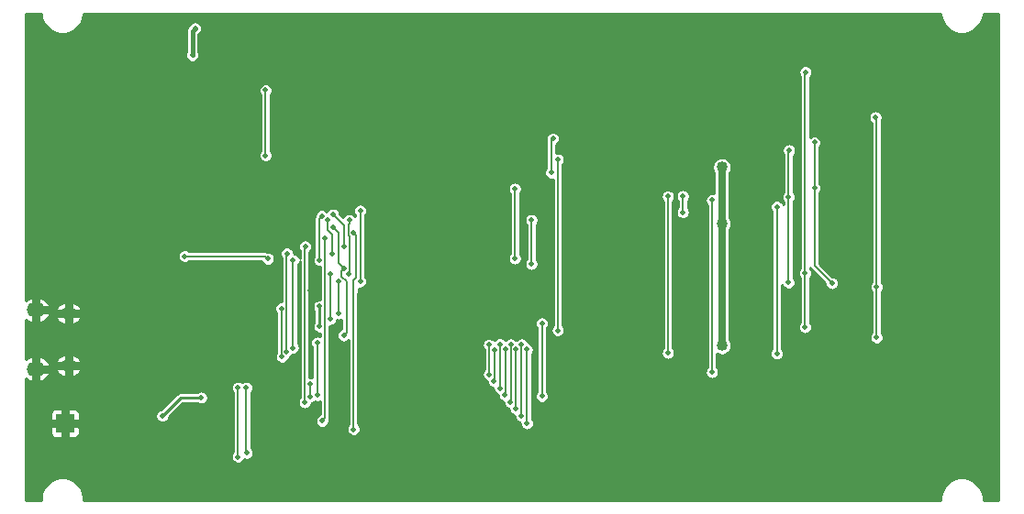
<source format=gbr>
G04 #@! TF.GenerationSoftware,KiCad,Pcbnew,5.1.6~rc1+dfsg1-1+b1*
G04 #@! TF.CreationDate,2020-05-08T22:32:15-07:00*
G04 #@! TF.ProjectId,board,626f6172-642e-46b6-9963-61645f706362,rev?*
G04 #@! TF.SameCoordinates,Original*
G04 #@! TF.FileFunction,Copper,L2,Bot*
G04 #@! TF.FilePolarity,Positive*
%FSLAX46Y46*%
G04 Gerber Fmt 4.6, Leading zero omitted, Abs format (unit mm)*
G04 Created by KiCad (PCBNEW 5.1.6~rc1+dfsg1-1+b1) date 2020-05-08 22:32:15*
%MOMM*%
%LPD*%
G01*
G04 APERTURE LIST*
G04 #@! TA.AperFunction,ComponentPad*
%ADD10O,1.500000X1.100000*%
G04 #@! TD*
G04 #@! TA.AperFunction,ComponentPad*
%ADD11O,1.700000X1.350000*%
G04 #@! TD*
G04 #@! TA.AperFunction,ComponentPad*
%ADD12R,1.700000X1.700000*%
G04 #@! TD*
G04 #@! TA.AperFunction,ViaPad*
%ADD13C,1.016000*%
G04 #@! TD*
G04 #@! TA.AperFunction,ViaPad*
%ADD14C,0.508000*%
G04 #@! TD*
G04 #@! TA.AperFunction,Conductor*
%ADD15C,0.381000*%
G04 #@! TD*
G04 #@! TA.AperFunction,Conductor*
%ADD16C,0.254000*%
G04 #@! TD*
G04 #@! TA.AperFunction,Conductor*
%ADD17C,0.635000*%
G04 #@! TD*
G04 #@! TA.AperFunction,Conductor*
%ADD18C,0.152400*%
G04 #@! TD*
G04 APERTURE END LIST*
D10*
X92563000Y-110839000D03*
X92563000Y-115679000D03*
D11*
X89563000Y-110529000D03*
X89563000Y-115989000D03*
D12*
X92250000Y-121000000D03*
D13*
X94234000Y-114554000D03*
D14*
X95504000Y-111506000D03*
X101244400Y-113701580D03*
X96012000Y-116586000D03*
D13*
X94234000Y-115671600D03*
D14*
X101416920Y-112397725D03*
X106426000Y-117703600D03*
X111556800Y-110032800D03*
X123139200Y-100330000D03*
X115011200Y-112014000D03*
X114848109Y-108762800D03*
X111556800Y-107848400D03*
X106375200Y-119938800D03*
X96774000Y-104902000D03*
X97282000Y-99618800D03*
X97282000Y-96875600D03*
X93726000Y-101701600D03*
X93878400Y-91120400D03*
X123240800Y-112776000D03*
X125679200Y-112776000D03*
X101193600Y-107137200D03*
X108864400Y-106883200D03*
X116636800Y-96266000D03*
X125425200Y-100380800D03*
X113741200Y-117703600D03*
X119583200Y-121005600D03*
X119481600Y-109169200D03*
X129692400Y-109220000D03*
X129692400Y-121818400D03*
X107221000Y-97282000D03*
X162306000Y-97028000D03*
X143002000Y-97028000D03*
X155448000Y-102870000D03*
X175768000Y-102870000D03*
D13*
X145338800Y-121716800D03*
D14*
X169418000Y-118618000D03*
X110000000Y-120000000D03*
X113400000Y-120000000D03*
X106600000Y-123800000D03*
X91750000Y-97500000D03*
X92200000Y-104000000D03*
X116750000Y-86500000D03*
X146750000Y-103000000D03*
X112217200Y-110388400D03*
X112268000Y-114858800D03*
X110968871Y-105787271D03*
X103276400Y-105562400D03*
X115739923Y-112064800D03*
X115722400Y-110185200D03*
X104800400Y-118618000D03*
X101233350Y-120305450D03*
X104000000Y-87000000D03*
X104250000Y-84500000D03*
X136250000Y-111750000D03*
X136250000Y-118500000D03*
X137109200Y-97840800D03*
X137261600Y-94691200D03*
X133756400Y-105765600D03*
X133756400Y-99314000D03*
X163017200Y-108051600D03*
X161391600Y-95046800D03*
X161391600Y-99263200D03*
X133379400Y-113699347D03*
X133350000Y-119075200D03*
X167132000Y-108407200D03*
X167030400Y-92710000D03*
X137718800Y-96621600D03*
X137718800Y-112420400D03*
X167132000Y-113080800D03*
D13*
X152857200Y-102514400D03*
D14*
X152857200Y-112369600D03*
D13*
X152857200Y-97332800D03*
X152857200Y-113817400D03*
D14*
X135280400Y-106273600D03*
X135280400Y-102209600D03*
X159004000Y-108000800D03*
X159054800Y-95758000D03*
X159004000Y-100076000D03*
X149250000Y-100000000D03*
X149250000Y-101500000D03*
X160578800Y-88544400D03*
X160528000Y-107137200D03*
X160528000Y-112115600D03*
X131368800Y-113741200D03*
X131368800Y-116484400D03*
X131851400Y-114208174D03*
X131826000Y-117094000D03*
X132379400Y-113682127D03*
X132384800Y-117754400D03*
X147878800Y-100028210D03*
X147878800Y-114503200D03*
X151942800Y-100380800D03*
X151942800Y-116281200D03*
X157937200Y-100990400D03*
X157937200Y-114554000D03*
X132862000Y-114150949D03*
X132842000Y-118414800D03*
X108204000Y-117703600D03*
X108204000Y-124104400D03*
X108966000Y-117703600D03*
X109016800Y-123748800D03*
X110750000Y-90210500D03*
X110750000Y-96250000D03*
X118872000Y-121564400D03*
X118872000Y-103378000D03*
X115968524Y-120782910D03*
X116222523Y-103893877D03*
X114365509Y-119075211D03*
X114401600Y-104648000D03*
X116977800Y-101701600D03*
X117957600Y-104648000D03*
X112706747Y-114365210D03*
X112725200Y-105308400D03*
X116484400Y-102209600D03*
X116890800Y-105308400D03*
X113270106Y-114020600D03*
X113284000Y-105918000D03*
X115943378Y-101830885D03*
X115739923Y-105918000D03*
X118008400Y-106680000D03*
X117957600Y-112877600D03*
X116977800Y-102920800D03*
X116738400Y-111353601D03*
X116738400Y-107238800D03*
X118465600Y-102209600D03*
X118414800Y-107238800D03*
X117500400Y-110845600D03*
X117500400Y-107899200D03*
X119481600Y-101346000D03*
X119481600Y-107899200D03*
X115519200Y-118405400D03*
X115519200Y-113538000D03*
X114868461Y-118517956D03*
X114867383Y-117389400D03*
X133865530Y-114146346D03*
X133858000Y-119684800D03*
X134379400Y-113707741D03*
X134366000Y-120345200D03*
X134862000Y-114172356D03*
X134874000Y-121005600D03*
D15*
X94234000Y-114554000D02*
X94234000Y-112776000D01*
D16*
X94234000Y-114808000D02*
X94234000Y-114554000D01*
X96012000Y-116586000D02*
X94234000Y-114808000D01*
X114848109Y-111850909D02*
X115011200Y-112014000D01*
X114848109Y-108762800D02*
X114848109Y-111850909D01*
X111556800Y-107848400D02*
X111556800Y-110032800D01*
X106375200Y-117754400D02*
X106426000Y-117703600D01*
X106375200Y-119938800D02*
X106375200Y-117754400D01*
X96774000Y-104902000D02*
X95554800Y-104902000D01*
X95504000Y-104952800D02*
X95504000Y-111506000D01*
X95554800Y-104902000D02*
X95504000Y-104952800D01*
X93726000Y-103174800D02*
X95504000Y-104952800D01*
X93726000Y-101701600D02*
X93726000Y-103174800D01*
X97282000Y-96774000D02*
X97282000Y-96875600D01*
X93878400Y-93370400D02*
X97282000Y-96774000D01*
X97282000Y-99618800D02*
X96469200Y-99618800D01*
X96469200Y-99618800D02*
X96164400Y-99923600D01*
X96164400Y-104292400D02*
X96774000Y-104902000D01*
X96164400Y-99923600D02*
X96164400Y-104292400D01*
X123240800Y-112776000D02*
X125679200Y-112776000D01*
X101193600Y-112174405D02*
X101416920Y-112397725D01*
X101193600Y-107137200D02*
X101193600Y-112174405D01*
X101416920Y-113529060D02*
X101244400Y-113701580D01*
X101416920Y-112397725D02*
X101416920Y-113529060D01*
X109829600Y-107848400D02*
X111556800Y-107848400D01*
X108864400Y-106883200D02*
X109829600Y-107848400D01*
X101447599Y-106883201D02*
X101193600Y-107137200D01*
X108864400Y-106883200D02*
X101447599Y-106883201D01*
D17*
X122783600Y-99974400D02*
X123139200Y-100330000D01*
X122783600Y-97434400D02*
X122783600Y-99974400D01*
X116636800Y-96266000D02*
X117805200Y-97434400D01*
X117805200Y-97434400D02*
X122783600Y-97434400D01*
X123139200Y-100330000D02*
X125374400Y-100330000D01*
X125374400Y-100330000D02*
X125425200Y-100380800D01*
D15*
X123088400Y-112776000D02*
X123240800Y-112776000D01*
X119481600Y-109169200D02*
X123088400Y-112776000D01*
D17*
X119481600Y-120904000D02*
X119583200Y-121005600D01*
X119481600Y-109169200D02*
X119481600Y-120904000D01*
X123139200Y-105511600D02*
X123139200Y-100330000D01*
X119481600Y-109169200D02*
X123139200Y-105511600D01*
D15*
X95504000Y-111506000D02*
X94234000Y-112776000D01*
D16*
X93878400Y-93370400D02*
X93878400Y-91120400D01*
D18*
X112217200Y-110388400D02*
X112217200Y-114808000D01*
X112217200Y-114808000D02*
X112268000Y-114858800D01*
X110744000Y-105562400D02*
X110968871Y-105787271D01*
X103276400Y-105562400D02*
X110744000Y-105562400D01*
D16*
X115739923Y-112064800D02*
X115739923Y-110202723D01*
X115739923Y-110202723D02*
X115722400Y-110185200D01*
X104800400Y-118618000D02*
X102920800Y-118618000D01*
X102920800Y-118618000D02*
X101233350Y-120305450D01*
D15*
X104000000Y-87000000D02*
X104000000Y-84750000D01*
X104000000Y-84750000D02*
X104250000Y-84500000D01*
D18*
X136250000Y-111750000D02*
X136250000Y-118500000D01*
X137109200Y-97840800D02*
X137109200Y-94843600D01*
X137109200Y-94843600D02*
X137261600Y-94691200D01*
X133756400Y-105765600D02*
X133756400Y-99314000D01*
X163017200Y-108051600D02*
X161391600Y-106426000D01*
X161391600Y-99263200D02*
X161391600Y-95046800D01*
X161391600Y-106426000D02*
X161391600Y-99263200D01*
X133379400Y-113699347D02*
X133379400Y-119045800D01*
X133379400Y-119045800D02*
X133350000Y-119075200D01*
X167132000Y-108407200D02*
X167132000Y-92811600D01*
X167132000Y-92811600D02*
X167030400Y-92710000D01*
X137718800Y-96621600D02*
X137718800Y-112420400D01*
X167132000Y-108407200D02*
X167132000Y-113080800D01*
D17*
X152857200Y-102514400D02*
X152857200Y-112369600D01*
X152857200Y-102514400D02*
X152857200Y-97332800D01*
X152857200Y-112369600D02*
X152857200Y-113817400D01*
D18*
X135280400Y-106273600D02*
X135280400Y-102209600D01*
X159004000Y-95808800D02*
X159054800Y-95758000D01*
X159004000Y-108000800D02*
X159004000Y-100076000D01*
X159004000Y-100076000D02*
X159004000Y-95808800D01*
X149250000Y-100000000D02*
X149250000Y-101500000D01*
X160528000Y-88595200D02*
X160578800Y-88544400D01*
X160528000Y-112115600D02*
X160528000Y-107137200D01*
X160528000Y-107137200D02*
X160528000Y-88595200D01*
X131368800Y-113741200D02*
X131368800Y-116484400D01*
X131851400Y-114208174D02*
X131851400Y-117068600D01*
X131851400Y-117068600D02*
X131826000Y-117094000D01*
X132379400Y-113682127D02*
X132379400Y-117749000D01*
X132379400Y-117749000D02*
X132384800Y-117754400D01*
X147878800Y-100028210D02*
X147878800Y-114503200D01*
X151942800Y-100380800D02*
X151942800Y-116281200D01*
X157937200Y-100990400D02*
X157937200Y-114554000D01*
X132867401Y-118389399D02*
X132842000Y-118414800D01*
X132862000Y-114150949D02*
X132862000Y-114510159D01*
X132867401Y-114515560D02*
X132867401Y-118389399D01*
X132862000Y-114510159D02*
X132867401Y-114515560D01*
X108204000Y-117703600D02*
X108204000Y-124104400D01*
X108966000Y-117703600D02*
X108966000Y-123647200D01*
X108966000Y-123647200D02*
X109016800Y-123698000D01*
X110750000Y-90210500D02*
X110750000Y-96250000D01*
X119125999Y-103631999D02*
X118872000Y-103378000D01*
X119125999Y-107540551D02*
X119125999Y-103631999D01*
X118872000Y-107794550D02*
X119125999Y-107540551D01*
X118872000Y-121564400D02*
X118872000Y-107794550D01*
X115968524Y-120782910D02*
X116222523Y-120528911D01*
X116222523Y-120528911D02*
X116222523Y-103893877D01*
X116222523Y-103893877D02*
X116230400Y-103886000D01*
X114365509Y-119075211D02*
X114365509Y-104684091D01*
X114365509Y-104684091D02*
X114401600Y-104648000D01*
X117957600Y-102681400D02*
X117957600Y-104648000D01*
X116977800Y-101701600D02*
X117957600Y-102681400D01*
X112706747Y-114365210D02*
X112706747Y-105326853D01*
X112706747Y-105326853D02*
X112725200Y-105308400D01*
X116484400Y-103141650D02*
X116890800Y-103548050D01*
X116484400Y-102209600D02*
X116484400Y-103141650D01*
X116890800Y-103548050D02*
X116890800Y-105308400D01*
X113270106Y-114020600D02*
X113270106Y-105931894D01*
X113270106Y-105931894D02*
X113284000Y-105918000D01*
X115689379Y-105867456D02*
X115739923Y-105918000D01*
X115689379Y-102084884D02*
X115689379Y-105867456D01*
X115943378Y-101830885D02*
X115689379Y-102084884D01*
X118008400Y-112826800D02*
X117957600Y-112877600D01*
X117474999Y-106146599D02*
X117474999Y-103417999D01*
X118008400Y-106680000D02*
X117474999Y-106146599D01*
X117474999Y-103417999D02*
X116977800Y-102920800D01*
X118211599Y-107896149D02*
X118211599Y-112623601D01*
X118211599Y-112623601D02*
X117957600Y-112877600D01*
X117754401Y-107438951D02*
X118211599Y-107896149D01*
X117754401Y-106933999D02*
X117754401Y-107438951D01*
X118008400Y-106680000D02*
X117754401Y-106933999D01*
X116738400Y-111353601D02*
X116738400Y-107238800D01*
X118491001Y-107162599D02*
X118414800Y-107238800D01*
X118491001Y-103711251D02*
X118491001Y-107162599D01*
X118389399Y-103609649D02*
X118491001Y-103711251D01*
X118389399Y-102645011D02*
X118389399Y-103609649D01*
X118465600Y-102209600D02*
X118465600Y-102568810D01*
X118465600Y-102568810D02*
X118389399Y-102645011D01*
X117500400Y-110845600D02*
X117500400Y-107899200D01*
X119481600Y-101346000D02*
X119481600Y-107899200D01*
X115519200Y-113538000D02*
X115519200Y-118405400D01*
X114868461Y-118517956D02*
X114868461Y-117390478D01*
X114868461Y-117390478D02*
X114867383Y-117389400D01*
X133865530Y-114146346D02*
X133865530Y-119677270D01*
X133865530Y-119677270D02*
X133858000Y-119684800D01*
X134379400Y-113707741D02*
X134379400Y-120331800D01*
X134379400Y-120331800D02*
X134366000Y-120345200D01*
X134862000Y-114172356D02*
X134862000Y-120993600D01*
X134862000Y-120993600D02*
X134874000Y-121005600D01*
D16*
G36*
X90019000Y-83195111D02*
G01*
X90095129Y-83577836D01*
X90244461Y-83938355D01*
X90461257Y-84262814D01*
X90737186Y-84538743D01*
X91061645Y-84755539D01*
X91422164Y-84904871D01*
X91804889Y-84981000D01*
X92195111Y-84981000D01*
X92577836Y-84904871D01*
X92938355Y-84755539D01*
X93262814Y-84538743D01*
X93538743Y-84262814D01*
X93755539Y-83938355D01*
X93904871Y-83577836D01*
X93981000Y-83195111D01*
X93981000Y-83127000D01*
X173019000Y-83127000D01*
X173019000Y-83195111D01*
X173095129Y-83577836D01*
X173244461Y-83938355D01*
X173461257Y-84262814D01*
X173737186Y-84538743D01*
X174061645Y-84755539D01*
X174422164Y-84904871D01*
X174804889Y-84981000D01*
X175195111Y-84981000D01*
X175577836Y-84904871D01*
X175938355Y-84755539D01*
X176262814Y-84538743D01*
X176538743Y-84262814D01*
X176755539Y-83938355D01*
X176904871Y-83577836D01*
X176981000Y-83195111D01*
X176981000Y-83127000D01*
X178373000Y-83127000D01*
X178373000Y-128123000D01*
X176981000Y-128123000D01*
X176981000Y-127804889D01*
X176904871Y-127422164D01*
X176755539Y-127061645D01*
X176538743Y-126737186D01*
X176262814Y-126461257D01*
X175938355Y-126244461D01*
X175577836Y-126095129D01*
X175195111Y-126019000D01*
X174804889Y-126019000D01*
X174422164Y-126095129D01*
X174061645Y-126244461D01*
X173737186Y-126461257D01*
X173461257Y-126737186D01*
X173244461Y-127061645D01*
X173095129Y-127422164D01*
X173019000Y-127804889D01*
X173019000Y-128123000D01*
X93981000Y-128123000D01*
X93981000Y-127804889D01*
X93904871Y-127422164D01*
X93755539Y-127061645D01*
X93538743Y-126737186D01*
X93262814Y-126461257D01*
X92938355Y-126244461D01*
X92577836Y-126095129D01*
X92195111Y-126019000D01*
X91804889Y-126019000D01*
X91422164Y-126095129D01*
X91061645Y-126244461D01*
X90737186Y-126461257D01*
X90461257Y-126737186D01*
X90244461Y-127061645D01*
X90095129Y-127422164D01*
X90019000Y-127804889D01*
X90019000Y-128123000D01*
X88627000Y-128123000D01*
X88627000Y-121850000D01*
X90889542Y-121850000D01*
X90899350Y-121949585D01*
X90928398Y-122045344D01*
X90975570Y-122133595D01*
X91039052Y-122210948D01*
X91116405Y-122274430D01*
X91204656Y-122321602D01*
X91300415Y-122350650D01*
X91400000Y-122360458D01*
X91869000Y-122358000D01*
X91996000Y-122231000D01*
X91996000Y-121254000D01*
X92504000Y-121254000D01*
X92504000Y-122231000D01*
X92631000Y-122358000D01*
X93100000Y-122360458D01*
X93199585Y-122350650D01*
X93295344Y-122321602D01*
X93383595Y-122274430D01*
X93460948Y-122210948D01*
X93524430Y-122133595D01*
X93571602Y-122045344D01*
X93600650Y-121949585D01*
X93610458Y-121850000D01*
X93608000Y-121381000D01*
X93481000Y-121254000D01*
X92504000Y-121254000D01*
X91996000Y-121254000D01*
X91019000Y-121254000D01*
X90892000Y-121381000D01*
X90889542Y-121850000D01*
X88627000Y-121850000D01*
X88627000Y-120150000D01*
X90889542Y-120150000D01*
X90892000Y-120619000D01*
X91019000Y-120746000D01*
X91996000Y-120746000D01*
X91996000Y-119769000D01*
X92504000Y-119769000D01*
X92504000Y-120746000D01*
X93481000Y-120746000D01*
X93608000Y-120619000D01*
X93609971Y-120242908D01*
X100598350Y-120242908D01*
X100598350Y-120367992D01*
X100622753Y-120490673D01*
X100670621Y-120606235D01*
X100740114Y-120710239D01*
X100828561Y-120798686D01*
X100932565Y-120868179D01*
X101048127Y-120916047D01*
X101170808Y-120940450D01*
X101295892Y-120940450D01*
X101418573Y-120916047D01*
X101534135Y-120868179D01*
X101638139Y-120798686D01*
X101726586Y-120710239D01*
X101796079Y-120606235D01*
X101843947Y-120490673D01*
X101863166Y-120394054D01*
X103131220Y-119126000D01*
X104417707Y-119126000D01*
X104499615Y-119180729D01*
X104615177Y-119228597D01*
X104737858Y-119253000D01*
X104862942Y-119253000D01*
X104985623Y-119228597D01*
X105101185Y-119180729D01*
X105205189Y-119111236D01*
X105293636Y-119022789D01*
X105363129Y-118918785D01*
X105410997Y-118803223D01*
X105435400Y-118680542D01*
X105435400Y-118555458D01*
X105410997Y-118432777D01*
X105363129Y-118317215D01*
X105293636Y-118213211D01*
X105205189Y-118124764D01*
X105101185Y-118055271D01*
X104985623Y-118007403D01*
X104862942Y-117983000D01*
X104737858Y-117983000D01*
X104615177Y-118007403D01*
X104499615Y-118055271D01*
X104417707Y-118110000D01*
X102945744Y-118110000D01*
X102920800Y-118107543D01*
X102895856Y-118110000D01*
X102895853Y-118110000D01*
X102821215Y-118117351D01*
X102725457Y-118146399D01*
X102637205Y-118193571D01*
X102559852Y-118257052D01*
X102543945Y-118276435D01*
X101144746Y-119675634D01*
X101048127Y-119694853D01*
X100932565Y-119742721D01*
X100828561Y-119812214D01*
X100740114Y-119900661D01*
X100670621Y-120004665D01*
X100622753Y-120120227D01*
X100598350Y-120242908D01*
X93609971Y-120242908D01*
X93610458Y-120150000D01*
X93600650Y-120050415D01*
X93571602Y-119954656D01*
X93524430Y-119866405D01*
X93460948Y-119789052D01*
X93383595Y-119725570D01*
X93295344Y-119678398D01*
X93199585Y-119649350D01*
X93100000Y-119639542D01*
X92631000Y-119642000D01*
X92504000Y-119769000D01*
X91996000Y-119769000D01*
X91869000Y-119642000D01*
X91400000Y-119639542D01*
X91300415Y-119649350D01*
X91204656Y-119678398D01*
X91116405Y-119725570D01*
X91039052Y-119789052D01*
X90975570Y-119866405D01*
X90928398Y-119954656D01*
X90899350Y-120050415D01*
X90889542Y-120150000D01*
X88627000Y-120150000D01*
X88627000Y-117641058D01*
X107569000Y-117641058D01*
X107569000Y-117766142D01*
X107593403Y-117888823D01*
X107641271Y-118004385D01*
X107710764Y-118108389D01*
X107746800Y-118144425D01*
X107746801Y-123663574D01*
X107710764Y-123699611D01*
X107641271Y-123803615D01*
X107593403Y-123919177D01*
X107569000Y-124041858D01*
X107569000Y-124166942D01*
X107593403Y-124289623D01*
X107641271Y-124405185D01*
X107710764Y-124509189D01*
X107799211Y-124597636D01*
X107903215Y-124667129D01*
X108018777Y-124714997D01*
X108141458Y-124739400D01*
X108266542Y-124739400D01*
X108389223Y-124714997D01*
X108504785Y-124667129D01*
X108608789Y-124597636D01*
X108697236Y-124509189D01*
X108766729Y-124405185D01*
X108792415Y-124343175D01*
X108831577Y-124359397D01*
X108954258Y-124383800D01*
X109079342Y-124383800D01*
X109202023Y-124359397D01*
X109317585Y-124311529D01*
X109421589Y-124242036D01*
X109510036Y-124153589D01*
X109579529Y-124049585D01*
X109627397Y-123934023D01*
X109651800Y-123811342D01*
X109651800Y-123686258D01*
X109627397Y-123563577D01*
X109579529Y-123448015D01*
X109510036Y-123344011D01*
X109423200Y-123257175D01*
X109423200Y-118144425D01*
X109459236Y-118108389D01*
X109528729Y-118004385D01*
X109576597Y-117888823D01*
X109601000Y-117766142D01*
X109601000Y-117641058D01*
X109576597Y-117518377D01*
X109528729Y-117402815D01*
X109459236Y-117298811D01*
X109370789Y-117210364D01*
X109266785Y-117140871D01*
X109151223Y-117093003D01*
X109028542Y-117068600D01*
X108903458Y-117068600D01*
X108780777Y-117093003D01*
X108665215Y-117140871D01*
X108585000Y-117194469D01*
X108504785Y-117140871D01*
X108389223Y-117093003D01*
X108266542Y-117068600D01*
X108141458Y-117068600D01*
X108018777Y-117093003D01*
X107903215Y-117140871D01*
X107799211Y-117210364D01*
X107710764Y-117298811D01*
X107641271Y-117402815D01*
X107593403Y-117518377D01*
X107569000Y-117641058D01*
X88627000Y-117641058D01*
X88627000Y-116879689D01*
X88706972Y-116949142D01*
X88907372Y-117063555D01*
X89126242Y-117136674D01*
X89309000Y-117036492D01*
X89309000Y-116243000D01*
X89817000Y-116243000D01*
X89817000Y-117036492D01*
X89999758Y-117136674D01*
X90218628Y-117063555D01*
X90419028Y-116949142D01*
X90593257Y-116797831D01*
X90734619Y-116615437D01*
X90839451Y-116420619D01*
X90762998Y-116243000D01*
X89817000Y-116243000D01*
X89309000Y-116243000D01*
X89289000Y-116243000D01*
X89289000Y-116090540D01*
X91388321Y-116090540D01*
X91480577Y-116253369D01*
X91609586Y-116414485D01*
X91767549Y-116547337D01*
X91948395Y-116646819D01*
X92145174Y-116709108D01*
X92309000Y-116603501D01*
X92309000Y-115933000D01*
X92817000Y-115933000D01*
X92817000Y-116603501D01*
X92980826Y-116709108D01*
X93177605Y-116646819D01*
X93358451Y-116547337D01*
X93516414Y-116414485D01*
X93645423Y-116253369D01*
X93737679Y-116090540D01*
X93658681Y-115933000D01*
X92817000Y-115933000D01*
X92309000Y-115933000D01*
X91467319Y-115933000D01*
X91388321Y-116090540D01*
X89289000Y-116090540D01*
X89289000Y-115735000D01*
X89309000Y-115735000D01*
X89309000Y-114941508D01*
X89817000Y-114941508D01*
X89817000Y-115735000D01*
X90762998Y-115735000D01*
X90839451Y-115557381D01*
X90734619Y-115362563D01*
X90660911Y-115267460D01*
X91388321Y-115267460D01*
X91467319Y-115425000D01*
X92309000Y-115425000D01*
X92309000Y-114754499D01*
X92817000Y-114754499D01*
X92817000Y-115425000D01*
X93658681Y-115425000D01*
X93737679Y-115267460D01*
X93645423Y-115104631D01*
X93516414Y-114943515D01*
X93358451Y-114810663D01*
X93177605Y-114711181D01*
X92980826Y-114648892D01*
X92817000Y-114754499D01*
X92309000Y-114754499D01*
X92145174Y-114648892D01*
X91948395Y-114711181D01*
X91767549Y-114810663D01*
X91609586Y-114943515D01*
X91480577Y-115104631D01*
X91388321Y-115267460D01*
X90660911Y-115267460D01*
X90593257Y-115180169D01*
X90419028Y-115028858D01*
X90218628Y-114914445D01*
X89999758Y-114841326D01*
X89817000Y-114941508D01*
X89309000Y-114941508D01*
X89126242Y-114841326D01*
X88907372Y-114914445D01*
X88706972Y-115028858D01*
X88627000Y-115098311D01*
X88627000Y-111419689D01*
X88706972Y-111489142D01*
X88907372Y-111603555D01*
X89126242Y-111676674D01*
X89309000Y-111576492D01*
X89309000Y-110783000D01*
X89817000Y-110783000D01*
X89817000Y-111576492D01*
X89999758Y-111676674D01*
X90218628Y-111603555D01*
X90419028Y-111489142D01*
X90593257Y-111337831D01*
X90660910Y-111250540D01*
X91388321Y-111250540D01*
X91480577Y-111413369D01*
X91609586Y-111574485D01*
X91767549Y-111707337D01*
X91948395Y-111806819D01*
X92145174Y-111869108D01*
X92309000Y-111763501D01*
X92309000Y-111093000D01*
X92817000Y-111093000D01*
X92817000Y-111763501D01*
X92980826Y-111869108D01*
X93177605Y-111806819D01*
X93358451Y-111707337D01*
X93516414Y-111574485D01*
X93645423Y-111413369D01*
X93737679Y-111250540D01*
X93658681Y-111093000D01*
X92817000Y-111093000D01*
X92309000Y-111093000D01*
X91467319Y-111093000D01*
X91388321Y-111250540D01*
X90660910Y-111250540D01*
X90734619Y-111155437D01*
X90839451Y-110960619D01*
X90762998Y-110783000D01*
X89817000Y-110783000D01*
X89309000Y-110783000D01*
X89289000Y-110783000D01*
X89289000Y-110427460D01*
X91388321Y-110427460D01*
X91467319Y-110585000D01*
X92309000Y-110585000D01*
X92309000Y-109914499D01*
X92817000Y-109914499D01*
X92817000Y-110585000D01*
X93658681Y-110585000D01*
X93737679Y-110427460D01*
X93680114Y-110325858D01*
X111582200Y-110325858D01*
X111582200Y-110450942D01*
X111606603Y-110573623D01*
X111654471Y-110689185D01*
X111723964Y-110793189D01*
X111760000Y-110829225D01*
X111760001Y-114476106D01*
X111705271Y-114558015D01*
X111657403Y-114673577D01*
X111633000Y-114796258D01*
X111633000Y-114921342D01*
X111657403Y-115044023D01*
X111705271Y-115159585D01*
X111774764Y-115263589D01*
X111863211Y-115352036D01*
X111967215Y-115421529D01*
X112082777Y-115469397D01*
X112205458Y-115493800D01*
X112330542Y-115493800D01*
X112453223Y-115469397D01*
X112568785Y-115421529D01*
X112672789Y-115352036D01*
X112761236Y-115263589D01*
X112830729Y-115159585D01*
X112878597Y-115044023D01*
X112892184Y-114975718D01*
X113007532Y-114927939D01*
X113111536Y-114858446D01*
X113199983Y-114769999D01*
X113269476Y-114665995D01*
X113273782Y-114655600D01*
X113332648Y-114655600D01*
X113455329Y-114631197D01*
X113570891Y-114583329D01*
X113674895Y-114513836D01*
X113763342Y-114425389D01*
X113832835Y-114321385D01*
X113880703Y-114205823D01*
X113905106Y-114083142D01*
X113905106Y-113958058D01*
X113880703Y-113835377D01*
X113832835Y-113719815D01*
X113763342Y-113615811D01*
X113727306Y-113579775D01*
X113727306Y-106372719D01*
X113777236Y-106322789D01*
X113846729Y-106218785D01*
X113894597Y-106103223D01*
X113908310Y-106034284D01*
X113908309Y-118634386D01*
X113872273Y-118670422D01*
X113802780Y-118774426D01*
X113754912Y-118889988D01*
X113730509Y-119012669D01*
X113730509Y-119137753D01*
X113754912Y-119260434D01*
X113802780Y-119375996D01*
X113872273Y-119480000D01*
X113960720Y-119568447D01*
X114064724Y-119637940D01*
X114180286Y-119685808D01*
X114302967Y-119710211D01*
X114428051Y-119710211D01*
X114550732Y-119685808D01*
X114666294Y-119637940D01*
X114770298Y-119568447D01*
X114858745Y-119480000D01*
X114928238Y-119375996D01*
X114976106Y-119260434D01*
X115000224Y-119139187D01*
X115053684Y-119128553D01*
X115169246Y-119080685D01*
X115273250Y-119011192D01*
X115287639Y-118996803D01*
X115333977Y-119015997D01*
X115456658Y-119040400D01*
X115581742Y-119040400D01*
X115704423Y-119015997D01*
X115765323Y-118990771D01*
X115765323Y-120179760D01*
X115667739Y-120220181D01*
X115563735Y-120289674D01*
X115475288Y-120378121D01*
X115405795Y-120482125D01*
X115357927Y-120597687D01*
X115333524Y-120720368D01*
X115333524Y-120845452D01*
X115357927Y-120968133D01*
X115405795Y-121083695D01*
X115475288Y-121187699D01*
X115563735Y-121276146D01*
X115667739Y-121345639D01*
X115783301Y-121393507D01*
X115905982Y-121417910D01*
X116031066Y-121417910D01*
X116153747Y-121393507D01*
X116269309Y-121345639D01*
X116373313Y-121276146D01*
X116461760Y-121187699D01*
X116531253Y-121083695D01*
X116579121Y-120968133D01*
X116603524Y-120845452D01*
X116603524Y-120785348D01*
X116604510Y-120784147D01*
X116646964Y-120704720D01*
X116673108Y-120618538D01*
X116679723Y-120551371D01*
X116679723Y-120551361D01*
X116681934Y-120528911D01*
X116679723Y-120506461D01*
X116679723Y-111988601D01*
X116800942Y-111988601D01*
X116923623Y-111964198D01*
X117039185Y-111916330D01*
X117143189Y-111846837D01*
X117231636Y-111758390D01*
X117301129Y-111654386D01*
X117348997Y-111538824D01*
X117363520Y-111465813D01*
X117437858Y-111480600D01*
X117562942Y-111480600D01*
X117685623Y-111456197D01*
X117754400Y-111427708D01*
X117754400Y-112274449D01*
X117656815Y-112314871D01*
X117552811Y-112384364D01*
X117464364Y-112472811D01*
X117394871Y-112576815D01*
X117347003Y-112692377D01*
X117322600Y-112815058D01*
X117322600Y-112940142D01*
X117347003Y-113062823D01*
X117394871Y-113178385D01*
X117464364Y-113282389D01*
X117552811Y-113370836D01*
X117656815Y-113440329D01*
X117772377Y-113488197D01*
X117895058Y-113512600D01*
X118020142Y-113512600D01*
X118142823Y-113488197D01*
X118258385Y-113440329D01*
X118362389Y-113370836D01*
X118414801Y-113318424D01*
X118414800Y-121123575D01*
X118378764Y-121159611D01*
X118309271Y-121263615D01*
X118261403Y-121379177D01*
X118237000Y-121501858D01*
X118237000Y-121626942D01*
X118261403Y-121749623D01*
X118309271Y-121865185D01*
X118378764Y-121969189D01*
X118467211Y-122057636D01*
X118571215Y-122127129D01*
X118686777Y-122174997D01*
X118809458Y-122199400D01*
X118934542Y-122199400D01*
X119057223Y-122174997D01*
X119172785Y-122127129D01*
X119276789Y-122057636D01*
X119365236Y-121969189D01*
X119434729Y-121865185D01*
X119482597Y-121749623D01*
X119507000Y-121626942D01*
X119507000Y-121501858D01*
X119482597Y-121379177D01*
X119434729Y-121263615D01*
X119365236Y-121159611D01*
X119329200Y-121123575D01*
X119329200Y-113678658D01*
X130733800Y-113678658D01*
X130733800Y-113803742D01*
X130758203Y-113926423D01*
X130806071Y-114041985D01*
X130875564Y-114145989D01*
X130911600Y-114182025D01*
X130911601Y-116043574D01*
X130875564Y-116079611D01*
X130806071Y-116183615D01*
X130758203Y-116299177D01*
X130733800Y-116421858D01*
X130733800Y-116546942D01*
X130758203Y-116669623D01*
X130806071Y-116785185D01*
X130875564Y-116889189D01*
X130964011Y-116977636D01*
X131068015Y-117047129D01*
X131183577Y-117094997D01*
X131191000Y-117096474D01*
X131191000Y-117156542D01*
X131215403Y-117279223D01*
X131263271Y-117394785D01*
X131332764Y-117498789D01*
X131421211Y-117587236D01*
X131525215Y-117656729D01*
X131640777Y-117704597D01*
X131749800Y-117726283D01*
X131749800Y-117816942D01*
X131774203Y-117939623D01*
X131822071Y-118055185D01*
X131891564Y-118159189D01*
X131980011Y-118247636D01*
X132084015Y-118317129D01*
X132199577Y-118364997D01*
X132207000Y-118366474D01*
X132207000Y-118477342D01*
X132231403Y-118600023D01*
X132279271Y-118715585D01*
X132348764Y-118819589D01*
X132437211Y-118908036D01*
X132541215Y-118977529D01*
X132656777Y-119025397D01*
X132715000Y-119036978D01*
X132715000Y-119137742D01*
X132739403Y-119260423D01*
X132787271Y-119375985D01*
X132856764Y-119479989D01*
X132945211Y-119568436D01*
X133049215Y-119637929D01*
X133164777Y-119685797D01*
X133223000Y-119697378D01*
X133223000Y-119747342D01*
X133247403Y-119870023D01*
X133295271Y-119985585D01*
X133364764Y-120089589D01*
X133453211Y-120178036D01*
X133557215Y-120247529D01*
X133672777Y-120295397D01*
X133731000Y-120306978D01*
X133731000Y-120407742D01*
X133755403Y-120530423D01*
X133803271Y-120645985D01*
X133872764Y-120749989D01*
X133961211Y-120838436D01*
X134065215Y-120907929D01*
X134180777Y-120955797D01*
X134239000Y-120967378D01*
X134239000Y-121068142D01*
X134263403Y-121190823D01*
X134311271Y-121306385D01*
X134380764Y-121410389D01*
X134469211Y-121498836D01*
X134573215Y-121568329D01*
X134688777Y-121616197D01*
X134811458Y-121640600D01*
X134936542Y-121640600D01*
X135059223Y-121616197D01*
X135174785Y-121568329D01*
X135278789Y-121498836D01*
X135367236Y-121410389D01*
X135436729Y-121306385D01*
X135484597Y-121190823D01*
X135509000Y-121068142D01*
X135509000Y-120943058D01*
X135484597Y-120820377D01*
X135436729Y-120704815D01*
X135367236Y-120600811D01*
X135319200Y-120552775D01*
X135319200Y-114613181D01*
X135355236Y-114577145D01*
X135424729Y-114473141D01*
X135472597Y-114357579D01*
X135497000Y-114234898D01*
X135497000Y-114109814D01*
X135472597Y-113987133D01*
X135424729Y-113871571D01*
X135355236Y-113767567D01*
X135266789Y-113679120D01*
X135162785Y-113609627D01*
X135047223Y-113561759D01*
X134995767Y-113551524D01*
X134989997Y-113522518D01*
X134942129Y-113406956D01*
X134872636Y-113302952D01*
X134784189Y-113214505D01*
X134680185Y-113145012D01*
X134564623Y-113097144D01*
X134441942Y-113072741D01*
X134316858Y-113072741D01*
X134194177Y-113097144D01*
X134078615Y-113145012D01*
X133974611Y-113214505D01*
X133886164Y-113302952D01*
X133882204Y-113308878D01*
X133872636Y-113294558D01*
X133784189Y-113206111D01*
X133680185Y-113136618D01*
X133564623Y-113088750D01*
X133441942Y-113064347D01*
X133316858Y-113064347D01*
X133194177Y-113088750D01*
X133078615Y-113136618D01*
X132974611Y-113206111D01*
X132886164Y-113294558D01*
X132885153Y-113296071D01*
X132872636Y-113277338D01*
X132784189Y-113188891D01*
X132680185Y-113119398D01*
X132564623Y-113071530D01*
X132441942Y-113047127D01*
X132316858Y-113047127D01*
X132194177Y-113071530D01*
X132078615Y-113119398D01*
X131974611Y-113188891D01*
X131886164Y-113277338D01*
X131852838Y-113327213D01*
X131773589Y-113247964D01*
X131669585Y-113178471D01*
X131554023Y-113130603D01*
X131431342Y-113106200D01*
X131306258Y-113106200D01*
X131183577Y-113130603D01*
X131068015Y-113178471D01*
X130964011Y-113247964D01*
X130875564Y-113336411D01*
X130806071Y-113440415D01*
X130758203Y-113555977D01*
X130733800Y-113678658D01*
X119329200Y-113678658D01*
X119329200Y-111687458D01*
X135615000Y-111687458D01*
X135615000Y-111812542D01*
X135639403Y-111935223D01*
X135687271Y-112050785D01*
X135756764Y-112154789D01*
X135792800Y-112190825D01*
X135792801Y-118059174D01*
X135756764Y-118095211D01*
X135687271Y-118199215D01*
X135639403Y-118314777D01*
X135615000Y-118437458D01*
X135615000Y-118562542D01*
X135639403Y-118685223D01*
X135687271Y-118800785D01*
X135756764Y-118904789D01*
X135845211Y-118993236D01*
X135949215Y-119062729D01*
X136064777Y-119110597D01*
X136187458Y-119135000D01*
X136312542Y-119135000D01*
X136435223Y-119110597D01*
X136550785Y-119062729D01*
X136654789Y-118993236D01*
X136743236Y-118904789D01*
X136812729Y-118800785D01*
X136860597Y-118685223D01*
X136885000Y-118562542D01*
X136885000Y-118437458D01*
X136860597Y-118314777D01*
X136812729Y-118199215D01*
X136743236Y-118095211D01*
X136707200Y-118059175D01*
X136707200Y-112190825D01*
X136743236Y-112154789D01*
X136812729Y-112050785D01*
X136860597Y-111935223D01*
X136885000Y-111812542D01*
X136885000Y-111687458D01*
X136860597Y-111564777D01*
X136812729Y-111449215D01*
X136743236Y-111345211D01*
X136654789Y-111256764D01*
X136550785Y-111187271D01*
X136435223Y-111139403D01*
X136312542Y-111115000D01*
X136187458Y-111115000D01*
X136064777Y-111139403D01*
X135949215Y-111187271D01*
X135845211Y-111256764D01*
X135756764Y-111345211D01*
X135687271Y-111449215D01*
X135639403Y-111564777D01*
X135615000Y-111687458D01*
X119329200Y-111687458D01*
X119329200Y-108516326D01*
X119419058Y-108534200D01*
X119544142Y-108534200D01*
X119666823Y-108509797D01*
X119782385Y-108461929D01*
X119886389Y-108392436D01*
X119974836Y-108303989D01*
X120044329Y-108199985D01*
X120092197Y-108084423D01*
X120116600Y-107961742D01*
X120116600Y-107836658D01*
X120092197Y-107713977D01*
X120044329Y-107598415D01*
X119974836Y-107494411D01*
X119938800Y-107458375D01*
X119938800Y-101786825D01*
X119974836Y-101750789D01*
X120044329Y-101646785D01*
X120092197Y-101531223D01*
X120116600Y-101408542D01*
X120116600Y-101283458D01*
X120092197Y-101160777D01*
X120044329Y-101045215D01*
X119974836Y-100941211D01*
X119886389Y-100852764D01*
X119782385Y-100783271D01*
X119666823Y-100735403D01*
X119544142Y-100711000D01*
X119419058Y-100711000D01*
X119296377Y-100735403D01*
X119180815Y-100783271D01*
X119076811Y-100852764D01*
X118988364Y-100941211D01*
X118918871Y-101045215D01*
X118871003Y-101160777D01*
X118846600Y-101283458D01*
X118846600Y-101408542D01*
X118871003Y-101531223D01*
X118918871Y-101646785D01*
X118988364Y-101750789D01*
X119024400Y-101786825D01*
X119024400Y-101902935D01*
X118958836Y-101804811D01*
X118870389Y-101716364D01*
X118766385Y-101646871D01*
X118650823Y-101599003D01*
X118528142Y-101574600D01*
X118403058Y-101574600D01*
X118280377Y-101599003D01*
X118164815Y-101646871D01*
X118060811Y-101716364D01*
X117972364Y-101804811D01*
X117902871Y-101908815D01*
X117881994Y-101959216D01*
X117612800Y-101690023D01*
X117612800Y-101639058D01*
X117588397Y-101516377D01*
X117540529Y-101400815D01*
X117471036Y-101296811D01*
X117382589Y-101208364D01*
X117278585Y-101138871D01*
X117163023Y-101091003D01*
X117040342Y-101066600D01*
X116915258Y-101066600D01*
X116792577Y-101091003D01*
X116677015Y-101138871D01*
X116573011Y-101208364D01*
X116484564Y-101296811D01*
X116415071Y-101400815D01*
X116413976Y-101403458D01*
X116348167Y-101337649D01*
X116244163Y-101268156D01*
X116128601Y-101220288D01*
X116005920Y-101195885D01*
X115880836Y-101195885D01*
X115758155Y-101220288D01*
X115642593Y-101268156D01*
X115538589Y-101337649D01*
X115450142Y-101426096D01*
X115380649Y-101530100D01*
X115332781Y-101645662D01*
X115308378Y-101768343D01*
X115308378Y-101828448D01*
X115307392Y-101829649D01*
X115264938Y-101909076D01*
X115238794Y-101995258D01*
X115232179Y-102062425D01*
X115232179Y-102062434D01*
X115229968Y-102084884D01*
X115232179Y-102107334D01*
X115232180Y-105534922D01*
X115177194Y-105617215D01*
X115129326Y-105732777D01*
X115104923Y-105855458D01*
X115104923Y-105980542D01*
X115129326Y-106103223D01*
X115177194Y-106218785D01*
X115246687Y-106322789D01*
X115335134Y-106411236D01*
X115439138Y-106480729D01*
X115554700Y-106528597D01*
X115677381Y-106553000D01*
X115765324Y-106553000D01*
X115765324Y-109550200D01*
X115659858Y-109550200D01*
X115537177Y-109574603D01*
X115421615Y-109622471D01*
X115317611Y-109691964D01*
X115229164Y-109780411D01*
X115159671Y-109884415D01*
X115111803Y-109999977D01*
X115087400Y-110122658D01*
X115087400Y-110247742D01*
X115111803Y-110370423D01*
X115159671Y-110485985D01*
X115229164Y-110589989D01*
X115231924Y-110592749D01*
X115231923Y-111682107D01*
X115177194Y-111764015D01*
X115129326Y-111879577D01*
X115104923Y-112002258D01*
X115104923Y-112127342D01*
X115129326Y-112250023D01*
X115177194Y-112365585D01*
X115246687Y-112469589D01*
X115335134Y-112558036D01*
X115439138Y-112627529D01*
X115554700Y-112675397D01*
X115677381Y-112699800D01*
X115765323Y-112699800D01*
X115765323Y-112952629D01*
X115704423Y-112927403D01*
X115581742Y-112903000D01*
X115456658Y-112903000D01*
X115333977Y-112927403D01*
X115218415Y-112975271D01*
X115114411Y-113044764D01*
X115025964Y-113133211D01*
X114956471Y-113237215D01*
X114908603Y-113352777D01*
X114884200Y-113475458D01*
X114884200Y-113600542D01*
X114908603Y-113723223D01*
X114956471Y-113838785D01*
X115025964Y-113942789D01*
X115062000Y-113978825D01*
X115062001Y-116782694D01*
X115052606Y-116778803D01*
X114929925Y-116754400D01*
X114822709Y-116754400D01*
X114822709Y-105124916D01*
X114894836Y-105052789D01*
X114964329Y-104948785D01*
X115012197Y-104833223D01*
X115036600Y-104710542D01*
X115036600Y-104585458D01*
X115012197Y-104462777D01*
X114964329Y-104347215D01*
X114894836Y-104243211D01*
X114806389Y-104154764D01*
X114702385Y-104085271D01*
X114586823Y-104037403D01*
X114464142Y-104013000D01*
X114339058Y-104013000D01*
X114216377Y-104037403D01*
X114100815Y-104085271D01*
X113996811Y-104154764D01*
X113908364Y-104243211D01*
X113838871Y-104347215D01*
X113791003Y-104462777D01*
X113766600Y-104585458D01*
X113766600Y-104710542D01*
X113791003Y-104833223D01*
X113838871Y-104948785D01*
X113908310Y-105052708D01*
X113908310Y-105801716D01*
X113894597Y-105732777D01*
X113846729Y-105617215D01*
X113777236Y-105513211D01*
X113688789Y-105424764D01*
X113584785Y-105355271D01*
X113469223Y-105307403D01*
X113360200Y-105285717D01*
X113360200Y-105245858D01*
X113335797Y-105123177D01*
X113287929Y-105007615D01*
X113218436Y-104903611D01*
X113129989Y-104815164D01*
X113025985Y-104745671D01*
X112910423Y-104697803D01*
X112787742Y-104673400D01*
X112662658Y-104673400D01*
X112539977Y-104697803D01*
X112424415Y-104745671D01*
X112320411Y-104815164D01*
X112231964Y-104903611D01*
X112162471Y-105007615D01*
X112114603Y-105123177D01*
X112090200Y-105245858D01*
X112090200Y-105370942D01*
X112114603Y-105493623D01*
X112162471Y-105609185D01*
X112231964Y-105713189D01*
X112249548Y-105730773D01*
X112249548Y-109753400D01*
X112154658Y-109753400D01*
X112031977Y-109777803D01*
X111916415Y-109825671D01*
X111812411Y-109895164D01*
X111723964Y-109983611D01*
X111654471Y-110087615D01*
X111606603Y-110203177D01*
X111582200Y-110325858D01*
X93680114Y-110325858D01*
X93645423Y-110264631D01*
X93516414Y-110103515D01*
X93358451Y-109970663D01*
X93177605Y-109871181D01*
X92980826Y-109808892D01*
X92817000Y-109914499D01*
X92309000Y-109914499D01*
X92145174Y-109808892D01*
X91948395Y-109871181D01*
X91767549Y-109970663D01*
X91609586Y-110103515D01*
X91480577Y-110264631D01*
X91388321Y-110427460D01*
X89289000Y-110427460D01*
X89289000Y-110275000D01*
X89309000Y-110275000D01*
X89309000Y-109481508D01*
X89817000Y-109481508D01*
X89817000Y-110275000D01*
X90762998Y-110275000D01*
X90839451Y-110097381D01*
X90734619Y-109902563D01*
X90593257Y-109720169D01*
X90419028Y-109568858D01*
X90218628Y-109454445D01*
X89999758Y-109381326D01*
X89817000Y-109481508D01*
X89309000Y-109481508D01*
X89126242Y-109381326D01*
X88907372Y-109454445D01*
X88706972Y-109568858D01*
X88627000Y-109638311D01*
X88627000Y-105499858D01*
X102641400Y-105499858D01*
X102641400Y-105624942D01*
X102665803Y-105747623D01*
X102713671Y-105863185D01*
X102783164Y-105967189D01*
X102871611Y-106055636D01*
X102975615Y-106125129D01*
X103091177Y-106172997D01*
X103213858Y-106197400D01*
X103338942Y-106197400D01*
X103461623Y-106172997D01*
X103577185Y-106125129D01*
X103681189Y-106055636D01*
X103717225Y-106019600D01*
X110377786Y-106019600D01*
X110406142Y-106088056D01*
X110475635Y-106192060D01*
X110564082Y-106280507D01*
X110668086Y-106350000D01*
X110783648Y-106397868D01*
X110906329Y-106422271D01*
X111031413Y-106422271D01*
X111154094Y-106397868D01*
X111269656Y-106350000D01*
X111373660Y-106280507D01*
X111462107Y-106192060D01*
X111531600Y-106088056D01*
X111579468Y-105972494D01*
X111603871Y-105849813D01*
X111603871Y-105724729D01*
X111579468Y-105602048D01*
X111531600Y-105486486D01*
X111462107Y-105382482D01*
X111373660Y-105294035D01*
X111269656Y-105224542D01*
X111154094Y-105176674D01*
X111031413Y-105152271D01*
X110946585Y-105152271D01*
X110919809Y-105137959D01*
X110833627Y-105111815D01*
X110766460Y-105105200D01*
X110766450Y-105105200D01*
X110744000Y-105102989D01*
X110721550Y-105105200D01*
X103717225Y-105105200D01*
X103681189Y-105069164D01*
X103577185Y-104999671D01*
X103461623Y-104951803D01*
X103338942Y-104927400D01*
X103213858Y-104927400D01*
X103091177Y-104951803D01*
X102975615Y-104999671D01*
X102871611Y-105069164D01*
X102783164Y-105157611D01*
X102713671Y-105261615D01*
X102665803Y-105377177D01*
X102641400Y-105499858D01*
X88627000Y-105499858D01*
X88627000Y-99251458D01*
X133121400Y-99251458D01*
X133121400Y-99376542D01*
X133145803Y-99499223D01*
X133193671Y-99614785D01*
X133263164Y-99718789D01*
X133299201Y-99754826D01*
X133299200Y-105324775D01*
X133263164Y-105360811D01*
X133193671Y-105464815D01*
X133145803Y-105580377D01*
X133121400Y-105703058D01*
X133121400Y-105828142D01*
X133145803Y-105950823D01*
X133193671Y-106066385D01*
X133263164Y-106170389D01*
X133351611Y-106258836D01*
X133455615Y-106328329D01*
X133571177Y-106376197D01*
X133693858Y-106400600D01*
X133818942Y-106400600D01*
X133941623Y-106376197D01*
X134057185Y-106328329D01*
X134161189Y-106258836D01*
X134249636Y-106170389D01*
X134319129Y-106066385D01*
X134366997Y-105950823D01*
X134391400Y-105828142D01*
X134391400Y-105703058D01*
X134366997Y-105580377D01*
X134319129Y-105464815D01*
X134249636Y-105360811D01*
X134213600Y-105324775D01*
X134213600Y-102147058D01*
X134645400Y-102147058D01*
X134645400Y-102272142D01*
X134669803Y-102394823D01*
X134717671Y-102510385D01*
X134787164Y-102614389D01*
X134823201Y-102650426D01*
X134823200Y-105832775D01*
X134787164Y-105868811D01*
X134717671Y-105972815D01*
X134669803Y-106088377D01*
X134645400Y-106211058D01*
X134645400Y-106336142D01*
X134669803Y-106458823D01*
X134717671Y-106574385D01*
X134787164Y-106678389D01*
X134875611Y-106766836D01*
X134979615Y-106836329D01*
X135095177Y-106884197D01*
X135217858Y-106908600D01*
X135342942Y-106908600D01*
X135465623Y-106884197D01*
X135581185Y-106836329D01*
X135685189Y-106766836D01*
X135773636Y-106678389D01*
X135843129Y-106574385D01*
X135890997Y-106458823D01*
X135915400Y-106336142D01*
X135915400Y-106211058D01*
X135890997Y-106088377D01*
X135843129Y-105972815D01*
X135773636Y-105868811D01*
X135737600Y-105832775D01*
X135737600Y-102650425D01*
X135773636Y-102614389D01*
X135843129Y-102510385D01*
X135890997Y-102394823D01*
X135915400Y-102272142D01*
X135915400Y-102147058D01*
X135890997Y-102024377D01*
X135843129Y-101908815D01*
X135773636Y-101804811D01*
X135685189Y-101716364D01*
X135581185Y-101646871D01*
X135465623Y-101599003D01*
X135342942Y-101574600D01*
X135217858Y-101574600D01*
X135095177Y-101599003D01*
X134979615Y-101646871D01*
X134875611Y-101716364D01*
X134787164Y-101804811D01*
X134717671Y-101908815D01*
X134669803Y-102024377D01*
X134645400Y-102147058D01*
X134213600Y-102147058D01*
X134213600Y-99754825D01*
X134249636Y-99718789D01*
X134319129Y-99614785D01*
X134366997Y-99499223D01*
X134391400Y-99376542D01*
X134391400Y-99251458D01*
X134366997Y-99128777D01*
X134319129Y-99013215D01*
X134249636Y-98909211D01*
X134161189Y-98820764D01*
X134057185Y-98751271D01*
X133941623Y-98703403D01*
X133818942Y-98679000D01*
X133693858Y-98679000D01*
X133571177Y-98703403D01*
X133455615Y-98751271D01*
X133351611Y-98820764D01*
X133263164Y-98909211D01*
X133193671Y-99013215D01*
X133145803Y-99128777D01*
X133121400Y-99251458D01*
X88627000Y-99251458D01*
X88627000Y-97778258D01*
X136474200Y-97778258D01*
X136474200Y-97903342D01*
X136498603Y-98026023D01*
X136546471Y-98141585D01*
X136615964Y-98245589D01*
X136704411Y-98334036D01*
X136808415Y-98403529D01*
X136923977Y-98451397D01*
X137046658Y-98475800D01*
X137171742Y-98475800D01*
X137261600Y-98457926D01*
X137261601Y-111979574D01*
X137225564Y-112015611D01*
X137156071Y-112119615D01*
X137108203Y-112235177D01*
X137083800Y-112357858D01*
X137083800Y-112482942D01*
X137108203Y-112605623D01*
X137156071Y-112721185D01*
X137225564Y-112825189D01*
X137314011Y-112913636D01*
X137418015Y-112983129D01*
X137533577Y-113030997D01*
X137656258Y-113055400D01*
X137781342Y-113055400D01*
X137904023Y-113030997D01*
X138019585Y-112983129D01*
X138123589Y-112913636D01*
X138212036Y-112825189D01*
X138281529Y-112721185D01*
X138329397Y-112605623D01*
X138353800Y-112482942D01*
X138353800Y-112357858D01*
X138329397Y-112235177D01*
X138281529Y-112119615D01*
X138212036Y-112015611D01*
X138176000Y-111979575D01*
X138176000Y-99965668D01*
X147243800Y-99965668D01*
X147243800Y-100090752D01*
X147268203Y-100213433D01*
X147316071Y-100328995D01*
X147385564Y-100432999D01*
X147421600Y-100469035D01*
X147421601Y-114062374D01*
X147385564Y-114098411D01*
X147316071Y-114202415D01*
X147268203Y-114317977D01*
X147243800Y-114440658D01*
X147243800Y-114565742D01*
X147268203Y-114688423D01*
X147316071Y-114803985D01*
X147385564Y-114907989D01*
X147474011Y-114996436D01*
X147578015Y-115065929D01*
X147693577Y-115113797D01*
X147816258Y-115138200D01*
X147941342Y-115138200D01*
X148064023Y-115113797D01*
X148179585Y-115065929D01*
X148283589Y-114996436D01*
X148372036Y-114907989D01*
X148441529Y-114803985D01*
X148489397Y-114688423D01*
X148513800Y-114565742D01*
X148513800Y-114440658D01*
X148489397Y-114317977D01*
X148441529Y-114202415D01*
X148372036Y-114098411D01*
X148336000Y-114062375D01*
X148336000Y-100469035D01*
X148372036Y-100432999D01*
X148441529Y-100328995D01*
X148489397Y-100213433D01*
X148513800Y-100090752D01*
X148513800Y-99965668D01*
X148508189Y-99937458D01*
X148615000Y-99937458D01*
X148615000Y-100062542D01*
X148639403Y-100185223D01*
X148687271Y-100300785D01*
X148756764Y-100404789D01*
X148792800Y-100440825D01*
X148792801Y-101059174D01*
X148756764Y-101095211D01*
X148687271Y-101199215D01*
X148639403Y-101314777D01*
X148615000Y-101437458D01*
X148615000Y-101562542D01*
X148639403Y-101685223D01*
X148687271Y-101800785D01*
X148756764Y-101904789D01*
X148845211Y-101993236D01*
X148949215Y-102062729D01*
X149064777Y-102110597D01*
X149187458Y-102135000D01*
X149312542Y-102135000D01*
X149435223Y-102110597D01*
X149550785Y-102062729D01*
X149654789Y-101993236D01*
X149743236Y-101904789D01*
X149812729Y-101800785D01*
X149860597Y-101685223D01*
X149885000Y-101562542D01*
X149885000Y-101437458D01*
X149860597Y-101314777D01*
X149812729Y-101199215D01*
X149743236Y-101095211D01*
X149707200Y-101059175D01*
X149707200Y-100440825D01*
X149743236Y-100404789D01*
X149801053Y-100318258D01*
X151307800Y-100318258D01*
X151307800Y-100443342D01*
X151332203Y-100566023D01*
X151380071Y-100681585D01*
X151449564Y-100785589D01*
X151485600Y-100821625D01*
X151485601Y-115840374D01*
X151449564Y-115876411D01*
X151380071Y-115980415D01*
X151332203Y-116095977D01*
X151307800Y-116218658D01*
X151307800Y-116343742D01*
X151332203Y-116466423D01*
X151380071Y-116581985D01*
X151449564Y-116685989D01*
X151538011Y-116774436D01*
X151642015Y-116843929D01*
X151757577Y-116891797D01*
X151880258Y-116916200D01*
X152005342Y-116916200D01*
X152128023Y-116891797D01*
X152243585Y-116843929D01*
X152347589Y-116774436D01*
X152436036Y-116685989D01*
X152505529Y-116581985D01*
X152553397Y-116466423D01*
X152577800Y-116343742D01*
X152577800Y-116218658D01*
X152553397Y-116095977D01*
X152505529Y-115980415D01*
X152436036Y-115876411D01*
X152400000Y-115840375D01*
X152400000Y-114581099D01*
X152436101Y-114605221D01*
X152597888Y-114672236D01*
X152769641Y-114706400D01*
X152944759Y-114706400D01*
X153116512Y-114672236D01*
X153278299Y-114605221D01*
X153423904Y-114507931D01*
X153547731Y-114384104D01*
X153645021Y-114238499D01*
X153712036Y-114076712D01*
X153746200Y-113904959D01*
X153746200Y-113729841D01*
X153712036Y-113558088D01*
X153645021Y-113396301D01*
X153555700Y-113262622D01*
X153555700Y-103069178D01*
X153645021Y-102935499D01*
X153712036Y-102773712D01*
X153746200Y-102601959D01*
X153746200Y-102426841D01*
X153712036Y-102255088D01*
X153645021Y-102093301D01*
X153555700Y-101959622D01*
X153555700Y-100927858D01*
X157302200Y-100927858D01*
X157302200Y-101052942D01*
X157326603Y-101175623D01*
X157374471Y-101291185D01*
X157443964Y-101395189D01*
X157480000Y-101431225D01*
X157480001Y-114113174D01*
X157443964Y-114149211D01*
X157374471Y-114253215D01*
X157326603Y-114368777D01*
X157302200Y-114491458D01*
X157302200Y-114616542D01*
X157326603Y-114739223D01*
X157374471Y-114854785D01*
X157443964Y-114958789D01*
X157532411Y-115047236D01*
X157636415Y-115116729D01*
X157751977Y-115164597D01*
X157874658Y-115189000D01*
X157999742Y-115189000D01*
X158122423Y-115164597D01*
X158237985Y-115116729D01*
X158341989Y-115047236D01*
X158430436Y-114958789D01*
X158499929Y-114854785D01*
X158547797Y-114739223D01*
X158572200Y-114616542D01*
X158572200Y-114491458D01*
X158547797Y-114368777D01*
X158499929Y-114253215D01*
X158430436Y-114149211D01*
X158394400Y-114113175D01*
X158394400Y-108188430D01*
X158441271Y-108301585D01*
X158510764Y-108405589D01*
X158599211Y-108494036D01*
X158703215Y-108563529D01*
X158818777Y-108611397D01*
X158941458Y-108635800D01*
X159066542Y-108635800D01*
X159189223Y-108611397D01*
X159304785Y-108563529D01*
X159408789Y-108494036D01*
X159497236Y-108405589D01*
X159566729Y-108301585D01*
X159614597Y-108186023D01*
X159639000Y-108063342D01*
X159639000Y-107938258D01*
X159614597Y-107815577D01*
X159566729Y-107700015D01*
X159497236Y-107596011D01*
X159461200Y-107559975D01*
X159461200Y-107074658D01*
X159893000Y-107074658D01*
X159893000Y-107199742D01*
X159917403Y-107322423D01*
X159965271Y-107437985D01*
X160034764Y-107541989D01*
X160070801Y-107578026D01*
X160070800Y-111674775D01*
X160034764Y-111710811D01*
X159965271Y-111814815D01*
X159917403Y-111930377D01*
X159893000Y-112053058D01*
X159893000Y-112178142D01*
X159917403Y-112300823D01*
X159965271Y-112416385D01*
X160034764Y-112520389D01*
X160123211Y-112608836D01*
X160227215Y-112678329D01*
X160342777Y-112726197D01*
X160465458Y-112750600D01*
X160590542Y-112750600D01*
X160713223Y-112726197D01*
X160828785Y-112678329D01*
X160932789Y-112608836D01*
X161021236Y-112520389D01*
X161090729Y-112416385D01*
X161138597Y-112300823D01*
X161163000Y-112178142D01*
X161163000Y-112053058D01*
X161138597Y-111930377D01*
X161090729Y-111814815D01*
X161021236Y-111710811D01*
X160985200Y-111674775D01*
X160985200Y-107578025D01*
X161021236Y-107541989D01*
X161090729Y-107437985D01*
X161138597Y-107322423D01*
X161163000Y-107199742D01*
X161163000Y-107074658D01*
X161138597Y-106951977D01*
X161090729Y-106836415D01*
X161021236Y-106732411D01*
X160985200Y-106696375D01*
X160985200Y-106635561D01*
X161009613Y-106681235D01*
X161066747Y-106750853D01*
X161084197Y-106765174D01*
X162382200Y-108063179D01*
X162382200Y-108114142D01*
X162406603Y-108236823D01*
X162454471Y-108352385D01*
X162523964Y-108456389D01*
X162612411Y-108544836D01*
X162716415Y-108614329D01*
X162831977Y-108662197D01*
X162954658Y-108686600D01*
X163079742Y-108686600D01*
X163202423Y-108662197D01*
X163317985Y-108614329D01*
X163421989Y-108544836D01*
X163510436Y-108456389D01*
X163579929Y-108352385D01*
X163627797Y-108236823D01*
X163652200Y-108114142D01*
X163652200Y-107989058D01*
X163627797Y-107866377D01*
X163579929Y-107750815D01*
X163510436Y-107646811D01*
X163421989Y-107558364D01*
X163317985Y-107488871D01*
X163202423Y-107441003D01*
X163079742Y-107416600D01*
X163028779Y-107416600D01*
X161848800Y-106236623D01*
X161848800Y-99704025D01*
X161884836Y-99667989D01*
X161954329Y-99563985D01*
X162002197Y-99448423D01*
X162026600Y-99325742D01*
X162026600Y-99200658D01*
X162002197Y-99077977D01*
X161954329Y-98962415D01*
X161884836Y-98858411D01*
X161848800Y-98822375D01*
X161848800Y-95487625D01*
X161884836Y-95451589D01*
X161954329Y-95347585D01*
X162002197Y-95232023D01*
X162026600Y-95109342D01*
X162026600Y-94984258D01*
X162002197Y-94861577D01*
X161954329Y-94746015D01*
X161884836Y-94642011D01*
X161796389Y-94553564D01*
X161692385Y-94484071D01*
X161576823Y-94436203D01*
X161454142Y-94411800D01*
X161329058Y-94411800D01*
X161206377Y-94436203D01*
X161090815Y-94484071D01*
X160986811Y-94553564D01*
X160985200Y-94555175D01*
X160985200Y-92647458D01*
X166395400Y-92647458D01*
X166395400Y-92772542D01*
X166419803Y-92895223D01*
X166467671Y-93010785D01*
X166537164Y-93114789D01*
X166625611Y-93203236D01*
X166674801Y-93236104D01*
X166674800Y-107966375D01*
X166638764Y-108002411D01*
X166569271Y-108106415D01*
X166521403Y-108221977D01*
X166497000Y-108344658D01*
X166497000Y-108469742D01*
X166521403Y-108592423D01*
X166569271Y-108707985D01*
X166638764Y-108811989D01*
X166674800Y-108848025D01*
X166674801Y-112639974D01*
X166638764Y-112676011D01*
X166569271Y-112780015D01*
X166521403Y-112895577D01*
X166497000Y-113018258D01*
X166497000Y-113143342D01*
X166521403Y-113266023D01*
X166569271Y-113381585D01*
X166638764Y-113485589D01*
X166727211Y-113574036D01*
X166831215Y-113643529D01*
X166946777Y-113691397D01*
X167069458Y-113715800D01*
X167194542Y-113715800D01*
X167317223Y-113691397D01*
X167432785Y-113643529D01*
X167536789Y-113574036D01*
X167625236Y-113485589D01*
X167694729Y-113381585D01*
X167742597Y-113266023D01*
X167767000Y-113143342D01*
X167767000Y-113018258D01*
X167742597Y-112895577D01*
X167694729Y-112780015D01*
X167625236Y-112676011D01*
X167589200Y-112639975D01*
X167589200Y-108848025D01*
X167625236Y-108811989D01*
X167694729Y-108707985D01*
X167742597Y-108592423D01*
X167767000Y-108469742D01*
X167767000Y-108344658D01*
X167742597Y-108221977D01*
X167694729Y-108106415D01*
X167625236Y-108002411D01*
X167589200Y-107966375D01*
X167589200Y-93016665D01*
X167593129Y-93010785D01*
X167640997Y-92895223D01*
X167665400Y-92772542D01*
X167665400Y-92647458D01*
X167640997Y-92524777D01*
X167593129Y-92409215D01*
X167523636Y-92305211D01*
X167435189Y-92216764D01*
X167331185Y-92147271D01*
X167215623Y-92099403D01*
X167092942Y-92075000D01*
X166967858Y-92075000D01*
X166845177Y-92099403D01*
X166729615Y-92147271D01*
X166625611Y-92216764D01*
X166537164Y-92305211D01*
X166467671Y-92409215D01*
X166419803Y-92524777D01*
X166395400Y-92647458D01*
X160985200Y-92647458D01*
X160985200Y-89036025D01*
X161072036Y-88949189D01*
X161141529Y-88845185D01*
X161189397Y-88729623D01*
X161213800Y-88606942D01*
X161213800Y-88481858D01*
X161189397Y-88359177D01*
X161141529Y-88243615D01*
X161072036Y-88139611D01*
X160983589Y-88051164D01*
X160879585Y-87981671D01*
X160764023Y-87933803D01*
X160641342Y-87909400D01*
X160516258Y-87909400D01*
X160393577Y-87933803D01*
X160278015Y-87981671D01*
X160174011Y-88051164D01*
X160085564Y-88139611D01*
X160016071Y-88243615D01*
X159968203Y-88359177D01*
X159943800Y-88481858D01*
X159943800Y-88606942D01*
X159968203Y-88729623D01*
X160016071Y-88845185D01*
X160070801Y-88927095D01*
X160070800Y-106696375D01*
X160034764Y-106732411D01*
X159965271Y-106836415D01*
X159917403Y-106951977D01*
X159893000Y-107074658D01*
X159461200Y-107074658D01*
X159461200Y-100516825D01*
X159497236Y-100480789D01*
X159566729Y-100376785D01*
X159614597Y-100261223D01*
X159639000Y-100138542D01*
X159639000Y-100013458D01*
X159614597Y-99890777D01*
X159566729Y-99775215D01*
X159497236Y-99671211D01*
X159461200Y-99635175D01*
X159461200Y-96249625D01*
X159548036Y-96162789D01*
X159617529Y-96058785D01*
X159665397Y-95943223D01*
X159689800Y-95820542D01*
X159689800Y-95695458D01*
X159665397Y-95572777D01*
X159617529Y-95457215D01*
X159548036Y-95353211D01*
X159459589Y-95264764D01*
X159355585Y-95195271D01*
X159240023Y-95147403D01*
X159117342Y-95123000D01*
X158992258Y-95123000D01*
X158869577Y-95147403D01*
X158754015Y-95195271D01*
X158650011Y-95264764D01*
X158561564Y-95353211D01*
X158492071Y-95457215D01*
X158444203Y-95572777D01*
X158419800Y-95695458D01*
X158419800Y-95820542D01*
X158444203Y-95943223D01*
X158492071Y-96058785D01*
X158546801Y-96140694D01*
X158546800Y-99635175D01*
X158510764Y-99671211D01*
X158441271Y-99775215D01*
X158393403Y-99890777D01*
X158369000Y-100013458D01*
X158369000Y-100138542D01*
X158393403Y-100261223D01*
X158441271Y-100376785D01*
X158510764Y-100480789D01*
X158546801Y-100516826D01*
X158546801Y-100802772D01*
X158499929Y-100689615D01*
X158430436Y-100585611D01*
X158341989Y-100497164D01*
X158237985Y-100427671D01*
X158122423Y-100379803D01*
X157999742Y-100355400D01*
X157874658Y-100355400D01*
X157751977Y-100379803D01*
X157636415Y-100427671D01*
X157532411Y-100497164D01*
X157443964Y-100585611D01*
X157374471Y-100689615D01*
X157326603Y-100805177D01*
X157302200Y-100927858D01*
X153555700Y-100927858D01*
X153555700Y-97887578D01*
X153645021Y-97753899D01*
X153712036Y-97592112D01*
X153746200Y-97420359D01*
X153746200Y-97245241D01*
X153712036Y-97073488D01*
X153645021Y-96911701D01*
X153547731Y-96766096D01*
X153423904Y-96642269D01*
X153278299Y-96544979D01*
X153116512Y-96477964D01*
X152944759Y-96443800D01*
X152769641Y-96443800D01*
X152597888Y-96477964D01*
X152436101Y-96544979D01*
X152290496Y-96642269D01*
X152166669Y-96766096D01*
X152069379Y-96911701D01*
X152002364Y-97073488D01*
X151968200Y-97245241D01*
X151968200Y-97420359D01*
X152002364Y-97592112D01*
X152069379Y-97753899D01*
X152158701Y-97887579D01*
X152158701Y-99782910D01*
X152128023Y-99770203D01*
X152005342Y-99745800D01*
X151880258Y-99745800D01*
X151757577Y-99770203D01*
X151642015Y-99818071D01*
X151538011Y-99887564D01*
X151449564Y-99976011D01*
X151380071Y-100080015D01*
X151332203Y-100195577D01*
X151307800Y-100318258D01*
X149801053Y-100318258D01*
X149812729Y-100300785D01*
X149860597Y-100185223D01*
X149885000Y-100062542D01*
X149885000Y-99937458D01*
X149860597Y-99814777D01*
X149812729Y-99699215D01*
X149743236Y-99595211D01*
X149654789Y-99506764D01*
X149550785Y-99437271D01*
X149435223Y-99389403D01*
X149312542Y-99365000D01*
X149187458Y-99365000D01*
X149064777Y-99389403D01*
X148949215Y-99437271D01*
X148845211Y-99506764D01*
X148756764Y-99595211D01*
X148687271Y-99699215D01*
X148639403Y-99814777D01*
X148615000Y-99937458D01*
X148508189Y-99937458D01*
X148489397Y-99842987D01*
X148441529Y-99727425D01*
X148372036Y-99623421D01*
X148283589Y-99534974D01*
X148179585Y-99465481D01*
X148064023Y-99417613D01*
X147941342Y-99393210D01*
X147816258Y-99393210D01*
X147693577Y-99417613D01*
X147578015Y-99465481D01*
X147474011Y-99534974D01*
X147385564Y-99623421D01*
X147316071Y-99727425D01*
X147268203Y-99842987D01*
X147243800Y-99965668D01*
X138176000Y-99965668D01*
X138176000Y-97062425D01*
X138212036Y-97026389D01*
X138281529Y-96922385D01*
X138329397Y-96806823D01*
X138353800Y-96684142D01*
X138353800Y-96559058D01*
X138329397Y-96436377D01*
X138281529Y-96320815D01*
X138212036Y-96216811D01*
X138123589Y-96128364D01*
X138019585Y-96058871D01*
X137904023Y-96011003D01*
X137781342Y-95986600D01*
X137656258Y-95986600D01*
X137566400Y-96004474D01*
X137566400Y-95251246D01*
X137666389Y-95184436D01*
X137754836Y-95095989D01*
X137824329Y-94991985D01*
X137872197Y-94876423D01*
X137896600Y-94753742D01*
X137896600Y-94628658D01*
X137872197Y-94505977D01*
X137824329Y-94390415D01*
X137754836Y-94286411D01*
X137666389Y-94197964D01*
X137562385Y-94128471D01*
X137446823Y-94080603D01*
X137324142Y-94056200D01*
X137199058Y-94056200D01*
X137076377Y-94080603D01*
X136960815Y-94128471D01*
X136856811Y-94197964D01*
X136768364Y-94286411D01*
X136698871Y-94390415D01*
X136651003Y-94505977D01*
X136626600Y-94628658D01*
X136626600Y-94753742D01*
X136651003Y-94876423D01*
X136652001Y-94878832D01*
X136652000Y-97399975D01*
X136615964Y-97436011D01*
X136546471Y-97540015D01*
X136498603Y-97655577D01*
X136474200Y-97778258D01*
X88627000Y-97778258D01*
X88627000Y-90147958D01*
X110115000Y-90147958D01*
X110115000Y-90273042D01*
X110139403Y-90395723D01*
X110187271Y-90511285D01*
X110256764Y-90615289D01*
X110292800Y-90651325D01*
X110292801Y-95809174D01*
X110256764Y-95845211D01*
X110187271Y-95949215D01*
X110139403Y-96064777D01*
X110115000Y-96187458D01*
X110115000Y-96312542D01*
X110139403Y-96435223D01*
X110187271Y-96550785D01*
X110256764Y-96654789D01*
X110345211Y-96743236D01*
X110449215Y-96812729D01*
X110564777Y-96860597D01*
X110687458Y-96885000D01*
X110812542Y-96885000D01*
X110935223Y-96860597D01*
X111050785Y-96812729D01*
X111154789Y-96743236D01*
X111243236Y-96654789D01*
X111312729Y-96550785D01*
X111360597Y-96435223D01*
X111385000Y-96312542D01*
X111385000Y-96187458D01*
X111360597Y-96064777D01*
X111312729Y-95949215D01*
X111243236Y-95845211D01*
X111207200Y-95809175D01*
X111207200Y-90651325D01*
X111243236Y-90615289D01*
X111312729Y-90511285D01*
X111360597Y-90395723D01*
X111385000Y-90273042D01*
X111385000Y-90147958D01*
X111360597Y-90025277D01*
X111312729Y-89909715D01*
X111243236Y-89805711D01*
X111154789Y-89717264D01*
X111050785Y-89647771D01*
X110935223Y-89599903D01*
X110812542Y-89575500D01*
X110687458Y-89575500D01*
X110564777Y-89599903D01*
X110449215Y-89647771D01*
X110345211Y-89717264D01*
X110256764Y-89805711D01*
X110187271Y-89909715D01*
X110139403Y-90025277D01*
X110115000Y-90147958D01*
X88627000Y-90147958D01*
X88627000Y-86937458D01*
X103365000Y-86937458D01*
X103365000Y-87062542D01*
X103389403Y-87185223D01*
X103437271Y-87300785D01*
X103506764Y-87404789D01*
X103595211Y-87493236D01*
X103699215Y-87562729D01*
X103814777Y-87610597D01*
X103937458Y-87635000D01*
X104062542Y-87635000D01*
X104185223Y-87610597D01*
X104300785Y-87562729D01*
X104404789Y-87493236D01*
X104493236Y-87404789D01*
X104562729Y-87300785D01*
X104610597Y-87185223D01*
X104635000Y-87062542D01*
X104635000Y-86937458D01*
X104610597Y-86814777D01*
X104571500Y-86720390D01*
X104571500Y-85048888D01*
X104654789Y-84993236D01*
X104743236Y-84904789D01*
X104812729Y-84800785D01*
X104860597Y-84685223D01*
X104885000Y-84562542D01*
X104885000Y-84437458D01*
X104860597Y-84314777D01*
X104812729Y-84199215D01*
X104743236Y-84095211D01*
X104654789Y-84006764D01*
X104550785Y-83937271D01*
X104435223Y-83889403D01*
X104312542Y-83865000D01*
X104187458Y-83865000D01*
X104064777Y-83889403D01*
X103949215Y-83937271D01*
X103845211Y-84006764D01*
X103756764Y-84095211D01*
X103687271Y-84199215D01*
X103648173Y-84293605D01*
X103615744Y-84326034D01*
X103593934Y-84343933D01*
X103536341Y-84414110D01*
X103522516Y-84430956D01*
X103469448Y-84530239D01*
X103436769Y-84637967D01*
X103425735Y-84750000D01*
X103428501Y-84778084D01*
X103428500Y-86720389D01*
X103389403Y-86814777D01*
X103365000Y-86937458D01*
X88627000Y-86937458D01*
X88627000Y-83127000D01*
X90019000Y-83127000D01*
X90019000Y-83195111D01*
G37*
X90019000Y-83195111D02*
X90095129Y-83577836D01*
X90244461Y-83938355D01*
X90461257Y-84262814D01*
X90737186Y-84538743D01*
X91061645Y-84755539D01*
X91422164Y-84904871D01*
X91804889Y-84981000D01*
X92195111Y-84981000D01*
X92577836Y-84904871D01*
X92938355Y-84755539D01*
X93262814Y-84538743D01*
X93538743Y-84262814D01*
X93755539Y-83938355D01*
X93904871Y-83577836D01*
X93981000Y-83195111D01*
X93981000Y-83127000D01*
X173019000Y-83127000D01*
X173019000Y-83195111D01*
X173095129Y-83577836D01*
X173244461Y-83938355D01*
X173461257Y-84262814D01*
X173737186Y-84538743D01*
X174061645Y-84755539D01*
X174422164Y-84904871D01*
X174804889Y-84981000D01*
X175195111Y-84981000D01*
X175577836Y-84904871D01*
X175938355Y-84755539D01*
X176262814Y-84538743D01*
X176538743Y-84262814D01*
X176755539Y-83938355D01*
X176904871Y-83577836D01*
X176981000Y-83195111D01*
X176981000Y-83127000D01*
X178373000Y-83127000D01*
X178373000Y-128123000D01*
X176981000Y-128123000D01*
X176981000Y-127804889D01*
X176904871Y-127422164D01*
X176755539Y-127061645D01*
X176538743Y-126737186D01*
X176262814Y-126461257D01*
X175938355Y-126244461D01*
X175577836Y-126095129D01*
X175195111Y-126019000D01*
X174804889Y-126019000D01*
X174422164Y-126095129D01*
X174061645Y-126244461D01*
X173737186Y-126461257D01*
X173461257Y-126737186D01*
X173244461Y-127061645D01*
X173095129Y-127422164D01*
X173019000Y-127804889D01*
X173019000Y-128123000D01*
X93981000Y-128123000D01*
X93981000Y-127804889D01*
X93904871Y-127422164D01*
X93755539Y-127061645D01*
X93538743Y-126737186D01*
X93262814Y-126461257D01*
X92938355Y-126244461D01*
X92577836Y-126095129D01*
X92195111Y-126019000D01*
X91804889Y-126019000D01*
X91422164Y-126095129D01*
X91061645Y-126244461D01*
X90737186Y-126461257D01*
X90461257Y-126737186D01*
X90244461Y-127061645D01*
X90095129Y-127422164D01*
X90019000Y-127804889D01*
X90019000Y-128123000D01*
X88627000Y-128123000D01*
X88627000Y-121850000D01*
X90889542Y-121850000D01*
X90899350Y-121949585D01*
X90928398Y-122045344D01*
X90975570Y-122133595D01*
X91039052Y-122210948D01*
X91116405Y-122274430D01*
X91204656Y-122321602D01*
X91300415Y-122350650D01*
X91400000Y-122360458D01*
X91869000Y-122358000D01*
X91996000Y-122231000D01*
X91996000Y-121254000D01*
X92504000Y-121254000D01*
X92504000Y-122231000D01*
X92631000Y-122358000D01*
X93100000Y-122360458D01*
X93199585Y-122350650D01*
X93295344Y-122321602D01*
X93383595Y-122274430D01*
X93460948Y-122210948D01*
X93524430Y-122133595D01*
X93571602Y-122045344D01*
X93600650Y-121949585D01*
X93610458Y-121850000D01*
X93608000Y-121381000D01*
X93481000Y-121254000D01*
X92504000Y-121254000D01*
X91996000Y-121254000D01*
X91019000Y-121254000D01*
X90892000Y-121381000D01*
X90889542Y-121850000D01*
X88627000Y-121850000D01*
X88627000Y-120150000D01*
X90889542Y-120150000D01*
X90892000Y-120619000D01*
X91019000Y-120746000D01*
X91996000Y-120746000D01*
X91996000Y-119769000D01*
X92504000Y-119769000D01*
X92504000Y-120746000D01*
X93481000Y-120746000D01*
X93608000Y-120619000D01*
X93609971Y-120242908D01*
X100598350Y-120242908D01*
X100598350Y-120367992D01*
X100622753Y-120490673D01*
X100670621Y-120606235D01*
X100740114Y-120710239D01*
X100828561Y-120798686D01*
X100932565Y-120868179D01*
X101048127Y-120916047D01*
X101170808Y-120940450D01*
X101295892Y-120940450D01*
X101418573Y-120916047D01*
X101534135Y-120868179D01*
X101638139Y-120798686D01*
X101726586Y-120710239D01*
X101796079Y-120606235D01*
X101843947Y-120490673D01*
X101863166Y-120394054D01*
X103131220Y-119126000D01*
X104417707Y-119126000D01*
X104499615Y-119180729D01*
X104615177Y-119228597D01*
X104737858Y-119253000D01*
X104862942Y-119253000D01*
X104985623Y-119228597D01*
X105101185Y-119180729D01*
X105205189Y-119111236D01*
X105293636Y-119022789D01*
X105363129Y-118918785D01*
X105410997Y-118803223D01*
X105435400Y-118680542D01*
X105435400Y-118555458D01*
X105410997Y-118432777D01*
X105363129Y-118317215D01*
X105293636Y-118213211D01*
X105205189Y-118124764D01*
X105101185Y-118055271D01*
X104985623Y-118007403D01*
X104862942Y-117983000D01*
X104737858Y-117983000D01*
X104615177Y-118007403D01*
X104499615Y-118055271D01*
X104417707Y-118110000D01*
X102945744Y-118110000D01*
X102920800Y-118107543D01*
X102895856Y-118110000D01*
X102895853Y-118110000D01*
X102821215Y-118117351D01*
X102725457Y-118146399D01*
X102637205Y-118193571D01*
X102559852Y-118257052D01*
X102543945Y-118276435D01*
X101144746Y-119675634D01*
X101048127Y-119694853D01*
X100932565Y-119742721D01*
X100828561Y-119812214D01*
X100740114Y-119900661D01*
X100670621Y-120004665D01*
X100622753Y-120120227D01*
X100598350Y-120242908D01*
X93609971Y-120242908D01*
X93610458Y-120150000D01*
X93600650Y-120050415D01*
X93571602Y-119954656D01*
X93524430Y-119866405D01*
X93460948Y-119789052D01*
X93383595Y-119725570D01*
X93295344Y-119678398D01*
X93199585Y-119649350D01*
X93100000Y-119639542D01*
X92631000Y-119642000D01*
X92504000Y-119769000D01*
X91996000Y-119769000D01*
X91869000Y-119642000D01*
X91400000Y-119639542D01*
X91300415Y-119649350D01*
X91204656Y-119678398D01*
X91116405Y-119725570D01*
X91039052Y-119789052D01*
X90975570Y-119866405D01*
X90928398Y-119954656D01*
X90899350Y-120050415D01*
X90889542Y-120150000D01*
X88627000Y-120150000D01*
X88627000Y-117641058D01*
X107569000Y-117641058D01*
X107569000Y-117766142D01*
X107593403Y-117888823D01*
X107641271Y-118004385D01*
X107710764Y-118108389D01*
X107746800Y-118144425D01*
X107746801Y-123663574D01*
X107710764Y-123699611D01*
X107641271Y-123803615D01*
X107593403Y-123919177D01*
X107569000Y-124041858D01*
X107569000Y-124166942D01*
X107593403Y-124289623D01*
X107641271Y-124405185D01*
X107710764Y-124509189D01*
X107799211Y-124597636D01*
X107903215Y-124667129D01*
X108018777Y-124714997D01*
X108141458Y-124739400D01*
X108266542Y-124739400D01*
X108389223Y-124714997D01*
X108504785Y-124667129D01*
X108608789Y-124597636D01*
X108697236Y-124509189D01*
X108766729Y-124405185D01*
X108792415Y-124343175D01*
X108831577Y-124359397D01*
X108954258Y-124383800D01*
X109079342Y-124383800D01*
X109202023Y-124359397D01*
X109317585Y-124311529D01*
X109421589Y-124242036D01*
X109510036Y-124153589D01*
X109579529Y-124049585D01*
X109627397Y-123934023D01*
X109651800Y-123811342D01*
X109651800Y-123686258D01*
X109627397Y-123563577D01*
X109579529Y-123448015D01*
X109510036Y-123344011D01*
X109423200Y-123257175D01*
X109423200Y-118144425D01*
X109459236Y-118108389D01*
X109528729Y-118004385D01*
X109576597Y-117888823D01*
X109601000Y-117766142D01*
X109601000Y-117641058D01*
X109576597Y-117518377D01*
X109528729Y-117402815D01*
X109459236Y-117298811D01*
X109370789Y-117210364D01*
X109266785Y-117140871D01*
X109151223Y-117093003D01*
X109028542Y-117068600D01*
X108903458Y-117068600D01*
X108780777Y-117093003D01*
X108665215Y-117140871D01*
X108585000Y-117194469D01*
X108504785Y-117140871D01*
X108389223Y-117093003D01*
X108266542Y-117068600D01*
X108141458Y-117068600D01*
X108018777Y-117093003D01*
X107903215Y-117140871D01*
X107799211Y-117210364D01*
X107710764Y-117298811D01*
X107641271Y-117402815D01*
X107593403Y-117518377D01*
X107569000Y-117641058D01*
X88627000Y-117641058D01*
X88627000Y-116879689D01*
X88706972Y-116949142D01*
X88907372Y-117063555D01*
X89126242Y-117136674D01*
X89309000Y-117036492D01*
X89309000Y-116243000D01*
X89817000Y-116243000D01*
X89817000Y-117036492D01*
X89999758Y-117136674D01*
X90218628Y-117063555D01*
X90419028Y-116949142D01*
X90593257Y-116797831D01*
X90734619Y-116615437D01*
X90839451Y-116420619D01*
X90762998Y-116243000D01*
X89817000Y-116243000D01*
X89309000Y-116243000D01*
X89289000Y-116243000D01*
X89289000Y-116090540D01*
X91388321Y-116090540D01*
X91480577Y-116253369D01*
X91609586Y-116414485D01*
X91767549Y-116547337D01*
X91948395Y-116646819D01*
X92145174Y-116709108D01*
X92309000Y-116603501D01*
X92309000Y-115933000D01*
X92817000Y-115933000D01*
X92817000Y-116603501D01*
X92980826Y-116709108D01*
X93177605Y-116646819D01*
X93358451Y-116547337D01*
X93516414Y-116414485D01*
X93645423Y-116253369D01*
X93737679Y-116090540D01*
X93658681Y-115933000D01*
X92817000Y-115933000D01*
X92309000Y-115933000D01*
X91467319Y-115933000D01*
X91388321Y-116090540D01*
X89289000Y-116090540D01*
X89289000Y-115735000D01*
X89309000Y-115735000D01*
X89309000Y-114941508D01*
X89817000Y-114941508D01*
X89817000Y-115735000D01*
X90762998Y-115735000D01*
X90839451Y-115557381D01*
X90734619Y-115362563D01*
X90660911Y-115267460D01*
X91388321Y-115267460D01*
X91467319Y-115425000D01*
X92309000Y-115425000D01*
X92309000Y-114754499D01*
X92817000Y-114754499D01*
X92817000Y-115425000D01*
X93658681Y-115425000D01*
X93737679Y-115267460D01*
X93645423Y-115104631D01*
X93516414Y-114943515D01*
X93358451Y-114810663D01*
X93177605Y-114711181D01*
X92980826Y-114648892D01*
X92817000Y-114754499D01*
X92309000Y-114754499D01*
X92145174Y-114648892D01*
X91948395Y-114711181D01*
X91767549Y-114810663D01*
X91609586Y-114943515D01*
X91480577Y-115104631D01*
X91388321Y-115267460D01*
X90660911Y-115267460D01*
X90593257Y-115180169D01*
X90419028Y-115028858D01*
X90218628Y-114914445D01*
X89999758Y-114841326D01*
X89817000Y-114941508D01*
X89309000Y-114941508D01*
X89126242Y-114841326D01*
X88907372Y-114914445D01*
X88706972Y-115028858D01*
X88627000Y-115098311D01*
X88627000Y-111419689D01*
X88706972Y-111489142D01*
X88907372Y-111603555D01*
X89126242Y-111676674D01*
X89309000Y-111576492D01*
X89309000Y-110783000D01*
X89817000Y-110783000D01*
X89817000Y-111576492D01*
X89999758Y-111676674D01*
X90218628Y-111603555D01*
X90419028Y-111489142D01*
X90593257Y-111337831D01*
X90660910Y-111250540D01*
X91388321Y-111250540D01*
X91480577Y-111413369D01*
X91609586Y-111574485D01*
X91767549Y-111707337D01*
X91948395Y-111806819D01*
X92145174Y-111869108D01*
X92309000Y-111763501D01*
X92309000Y-111093000D01*
X92817000Y-111093000D01*
X92817000Y-111763501D01*
X92980826Y-111869108D01*
X93177605Y-111806819D01*
X93358451Y-111707337D01*
X93516414Y-111574485D01*
X93645423Y-111413369D01*
X93737679Y-111250540D01*
X93658681Y-111093000D01*
X92817000Y-111093000D01*
X92309000Y-111093000D01*
X91467319Y-111093000D01*
X91388321Y-111250540D01*
X90660910Y-111250540D01*
X90734619Y-111155437D01*
X90839451Y-110960619D01*
X90762998Y-110783000D01*
X89817000Y-110783000D01*
X89309000Y-110783000D01*
X89289000Y-110783000D01*
X89289000Y-110427460D01*
X91388321Y-110427460D01*
X91467319Y-110585000D01*
X92309000Y-110585000D01*
X92309000Y-109914499D01*
X92817000Y-109914499D01*
X92817000Y-110585000D01*
X93658681Y-110585000D01*
X93737679Y-110427460D01*
X93680114Y-110325858D01*
X111582200Y-110325858D01*
X111582200Y-110450942D01*
X111606603Y-110573623D01*
X111654471Y-110689185D01*
X111723964Y-110793189D01*
X111760000Y-110829225D01*
X111760001Y-114476106D01*
X111705271Y-114558015D01*
X111657403Y-114673577D01*
X111633000Y-114796258D01*
X111633000Y-114921342D01*
X111657403Y-115044023D01*
X111705271Y-115159585D01*
X111774764Y-115263589D01*
X111863211Y-115352036D01*
X111967215Y-115421529D01*
X112082777Y-115469397D01*
X112205458Y-115493800D01*
X112330542Y-115493800D01*
X112453223Y-115469397D01*
X112568785Y-115421529D01*
X112672789Y-115352036D01*
X112761236Y-115263589D01*
X112830729Y-115159585D01*
X112878597Y-115044023D01*
X112892184Y-114975718D01*
X113007532Y-114927939D01*
X113111536Y-114858446D01*
X113199983Y-114769999D01*
X113269476Y-114665995D01*
X113273782Y-114655600D01*
X113332648Y-114655600D01*
X113455329Y-114631197D01*
X113570891Y-114583329D01*
X113674895Y-114513836D01*
X113763342Y-114425389D01*
X113832835Y-114321385D01*
X113880703Y-114205823D01*
X113905106Y-114083142D01*
X113905106Y-113958058D01*
X113880703Y-113835377D01*
X113832835Y-113719815D01*
X113763342Y-113615811D01*
X113727306Y-113579775D01*
X113727306Y-106372719D01*
X113777236Y-106322789D01*
X113846729Y-106218785D01*
X113894597Y-106103223D01*
X113908310Y-106034284D01*
X113908309Y-118634386D01*
X113872273Y-118670422D01*
X113802780Y-118774426D01*
X113754912Y-118889988D01*
X113730509Y-119012669D01*
X113730509Y-119137753D01*
X113754912Y-119260434D01*
X113802780Y-119375996D01*
X113872273Y-119480000D01*
X113960720Y-119568447D01*
X114064724Y-119637940D01*
X114180286Y-119685808D01*
X114302967Y-119710211D01*
X114428051Y-119710211D01*
X114550732Y-119685808D01*
X114666294Y-119637940D01*
X114770298Y-119568447D01*
X114858745Y-119480000D01*
X114928238Y-119375996D01*
X114976106Y-119260434D01*
X115000224Y-119139187D01*
X115053684Y-119128553D01*
X115169246Y-119080685D01*
X115273250Y-119011192D01*
X115287639Y-118996803D01*
X115333977Y-119015997D01*
X115456658Y-119040400D01*
X115581742Y-119040400D01*
X115704423Y-119015997D01*
X115765323Y-118990771D01*
X115765323Y-120179760D01*
X115667739Y-120220181D01*
X115563735Y-120289674D01*
X115475288Y-120378121D01*
X115405795Y-120482125D01*
X115357927Y-120597687D01*
X115333524Y-120720368D01*
X115333524Y-120845452D01*
X115357927Y-120968133D01*
X115405795Y-121083695D01*
X115475288Y-121187699D01*
X115563735Y-121276146D01*
X115667739Y-121345639D01*
X115783301Y-121393507D01*
X115905982Y-121417910D01*
X116031066Y-121417910D01*
X116153747Y-121393507D01*
X116269309Y-121345639D01*
X116373313Y-121276146D01*
X116461760Y-121187699D01*
X116531253Y-121083695D01*
X116579121Y-120968133D01*
X116603524Y-120845452D01*
X116603524Y-120785348D01*
X116604510Y-120784147D01*
X116646964Y-120704720D01*
X116673108Y-120618538D01*
X116679723Y-120551371D01*
X116679723Y-120551361D01*
X116681934Y-120528911D01*
X116679723Y-120506461D01*
X116679723Y-111988601D01*
X116800942Y-111988601D01*
X116923623Y-111964198D01*
X117039185Y-111916330D01*
X117143189Y-111846837D01*
X117231636Y-111758390D01*
X117301129Y-111654386D01*
X117348997Y-111538824D01*
X117363520Y-111465813D01*
X117437858Y-111480600D01*
X117562942Y-111480600D01*
X117685623Y-111456197D01*
X117754400Y-111427708D01*
X117754400Y-112274449D01*
X117656815Y-112314871D01*
X117552811Y-112384364D01*
X117464364Y-112472811D01*
X117394871Y-112576815D01*
X117347003Y-112692377D01*
X117322600Y-112815058D01*
X117322600Y-112940142D01*
X117347003Y-113062823D01*
X117394871Y-113178385D01*
X117464364Y-113282389D01*
X117552811Y-113370836D01*
X117656815Y-113440329D01*
X117772377Y-113488197D01*
X117895058Y-113512600D01*
X118020142Y-113512600D01*
X118142823Y-113488197D01*
X118258385Y-113440329D01*
X118362389Y-113370836D01*
X118414801Y-113318424D01*
X118414800Y-121123575D01*
X118378764Y-121159611D01*
X118309271Y-121263615D01*
X118261403Y-121379177D01*
X118237000Y-121501858D01*
X118237000Y-121626942D01*
X118261403Y-121749623D01*
X118309271Y-121865185D01*
X118378764Y-121969189D01*
X118467211Y-122057636D01*
X118571215Y-122127129D01*
X118686777Y-122174997D01*
X118809458Y-122199400D01*
X118934542Y-122199400D01*
X119057223Y-122174997D01*
X119172785Y-122127129D01*
X119276789Y-122057636D01*
X119365236Y-121969189D01*
X119434729Y-121865185D01*
X119482597Y-121749623D01*
X119507000Y-121626942D01*
X119507000Y-121501858D01*
X119482597Y-121379177D01*
X119434729Y-121263615D01*
X119365236Y-121159611D01*
X119329200Y-121123575D01*
X119329200Y-113678658D01*
X130733800Y-113678658D01*
X130733800Y-113803742D01*
X130758203Y-113926423D01*
X130806071Y-114041985D01*
X130875564Y-114145989D01*
X130911600Y-114182025D01*
X130911601Y-116043574D01*
X130875564Y-116079611D01*
X130806071Y-116183615D01*
X130758203Y-116299177D01*
X130733800Y-116421858D01*
X130733800Y-116546942D01*
X130758203Y-116669623D01*
X130806071Y-116785185D01*
X130875564Y-116889189D01*
X130964011Y-116977636D01*
X131068015Y-117047129D01*
X131183577Y-117094997D01*
X131191000Y-117096474D01*
X131191000Y-117156542D01*
X131215403Y-117279223D01*
X131263271Y-117394785D01*
X131332764Y-117498789D01*
X131421211Y-117587236D01*
X131525215Y-117656729D01*
X131640777Y-117704597D01*
X131749800Y-117726283D01*
X131749800Y-117816942D01*
X131774203Y-117939623D01*
X131822071Y-118055185D01*
X131891564Y-118159189D01*
X131980011Y-118247636D01*
X132084015Y-118317129D01*
X132199577Y-118364997D01*
X132207000Y-118366474D01*
X132207000Y-118477342D01*
X132231403Y-118600023D01*
X132279271Y-118715585D01*
X132348764Y-118819589D01*
X132437211Y-118908036D01*
X132541215Y-118977529D01*
X132656777Y-119025397D01*
X132715000Y-119036978D01*
X132715000Y-119137742D01*
X132739403Y-119260423D01*
X132787271Y-119375985D01*
X132856764Y-119479989D01*
X132945211Y-119568436D01*
X133049215Y-119637929D01*
X133164777Y-119685797D01*
X133223000Y-119697378D01*
X133223000Y-119747342D01*
X133247403Y-119870023D01*
X133295271Y-119985585D01*
X133364764Y-120089589D01*
X133453211Y-120178036D01*
X133557215Y-120247529D01*
X133672777Y-120295397D01*
X133731000Y-120306978D01*
X133731000Y-120407742D01*
X133755403Y-120530423D01*
X133803271Y-120645985D01*
X133872764Y-120749989D01*
X133961211Y-120838436D01*
X134065215Y-120907929D01*
X134180777Y-120955797D01*
X134239000Y-120967378D01*
X134239000Y-121068142D01*
X134263403Y-121190823D01*
X134311271Y-121306385D01*
X134380764Y-121410389D01*
X134469211Y-121498836D01*
X134573215Y-121568329D01*
X134688777Y-121616197D01*
X134811458Y-121640600D01*
X134936542Y-121640600D01*
X135059223Y-121616197D01*
X135174785Y-121568329D01*
X135278789Y-121498836D01*
X135367236Y-121410389D01*
X135436729Y-121306385D01*
X135484597Y-121190823D01*
X135509000Y-121068142D01*
X135509000Y-120943058D01*
X135484597Y-120820377D01*
X135436729Y-120704815D01*
X135367236Y-120600811D01*
X135319200Y-120552775D01*
X135319200Y-114613181D01*
X135355236Y-114577145D01*
X135424729Y-114473141D01*
X135472597Y-114357579D01*
X135497000Y-114234898D01*
X135497000Y-114109814D01*
X135472597Y-113987133D01*
X135424729Y-113871571D01*
X135355236Y-113767567D01*
X135266789Y-113679120D01*
X135162785Y-113609627D01*
X135047223Y-113561759D01*
X134995767Y-113551524D01*
X134989997Y-113522518D01*
X134942129Y-113406956D01*
X134872636Y-113302952D01*
X134784189Y-113214505D01*
X134680185Y-113145012D01*
X134564623Y-113097144D01*
X134441942Y-113072741D01*
X134316858Y-113072741D01*
X134194177Y-113097144D01*
X134078615Y-113145012D01*
X133974611Y-113214505D01*
X133886164Y-113302952D01*
X133882204Y-113308878D01*
X133872636Y-113294558D01*
X133784189Y-113206111D01*
X133680185Y-113136618D01*
X133564623Y-113088750D01*
X133441942Y-113064347D01*
X133316858Y-113064347D01*
X133194177Y-113088750D01*
X133078615Y-113136618D01*
X132974611Y-113206111D01*
X132886164Y-113294558D01*
X132885153Y-113296071D01*
X132872636Y-113277338D01*
X132784189Y-113188891D01*
X132680185Y-113119398D01*
X132564623Y-113071530D01*
X132441942Y-113047127D01*
X132316858Y-113047127D01*
X132194177Y-113071530D01*
X132078615Y-113119398D01*
X131974611Y-113188891D01*
X131886164Y-113277338D01*
X131852838Y-113327213D01*
X131773589Y-113247964D01*
X131669585Y-113178471D01*
X131554023Y-113130603D01*
X131431342Y-113106200D01*
X131306258Y-113106200D01*
X131183577Y-113130603D01*
X131068015Y-113178471D01*
X130964011Y-113247964D01*
X130875564Y-113336411D01*
X130806071Y-113440415D01*
X130758203Y-113555977D01*
X130733800Y-113678658D01*
X119329200Y-113678658D01*
X119329200Y-111687458D01*
X135615000Y-111687458D01*
X135615000Y-111812542D01*
X135639403Y-111935223D01*
X135687271Y-112050785D01*
X135756764Y-112154789D01*
X135792800Y-112190825D01*
X135792801Y-118059174D01*
X135756764Y-118095211D01*
X135687271Y-118199215D01*
X135639403Y-118314777D01*
X135615000Y-118437458D01*
X135615000Y-118562542D01*
X135639403Y-118685223D01*
X135687271Y-118800785D01*
X135756764Y-118904789D01*
X135845211Y-118993236D01*
X135949215Y-119062729D01*
X136064777Y-119110597D01*
X136187458Y-119135000D01*
X136312542Y-119135000D01*
X136435223Y-119110597D01*
X136550785Y-119062729D01*
X136654789Y-118993236D01*
X136743236Y-118904789D01*
X136812729Y-118800785D01*
X136860597Y-118685223D01*
X136885000Y-118562542D01*
X136885000Y-118437458D01*
X136860597Y-118314777D01*
X136812729Y-118199215D01*
X136743236Y-118095211D01*
X136707200Y-118059175D01*
X136707200Y-112190825D01*
X136743236Y-112154789D01*
X136812729Y-112050785D01*
X136860597Y-111935223D01*
X136885000Y-111812542D01*
X136885000Y-111687458D01*
X136860597Y-111564777D01*
X136812729Y-111449215D01*
X136743236Y-111345211D01*
X136654789Y-111256764D01*
X136550785Y-111187271D01*
X136435223Y-111139403D01*
X136312542Y-111115000D01*
X136187458Y-111115000D01*
X136064777Y-111139403D01*
X135949215Y-111187271D01*
X135845211Y-111256764D01*
X135756764Y-111345211D01*
X135687271Y-111449215D01*
X135639403Y-111564777D01*
X135615000Y-111687458D01*
X119329200Y-111687458D01*
X119329200Y-108516326D01*
X119419058Y-108534200D01*
X119544142Y-108534200D01*
X119666823Y-108509797D01*
X119782385Y-108461929D01*
X119886389Y-108392436D01*
X119974836Y-108303989D01*
X120044329Y-108199985D01*
X120092197Y-108084423D01*
X120116600Y-107961742D01*
X120116600Y-107836658D01*
X120092197Y-107713977D01*
X120044329Y-107598415D01*
X119974836Y-107494411D01*
X119938800Y-107458375D01*
X119938800Y-101786825D01*
X119974836Y-101750789D01*
X120044329Y-101646785D01*
X120092197Y-101531223D01*
X120116600Y-101408542D01*
X120116600Y-101283458D01*
X120092197Y-101160777D01*
X120044329Y-101045215D01*
X119974836Y-100941211D01*
X119886389Y-100852764D01*
X119782385Y-100783271D01*
X119666823Y-100735403D01*
X119544142Y-100711000D01*
X119419058Y-100711000D01*
X119296377Y-100735403D01*
X119180815Y-100783271D01*
X119076811Y-100852764D01*
X118988364Y-100941211D01*
X118918871Y-101045215D01*
X118871003Y-101160777D01*
X118846600Y-101283458D01*
X118846600Y-101408542D01*
X118871003Y-101531223D01*
X118918871Y-101646785D01*
X118988364Y-101750789D01*
X119024400Y-101786825D01*
X119024400Y-101902935D01*
X118958836Y-101804811D01*
X118870389Y-101716364D01*
X118766385Y-101646871D01*
X118650823Y-101599003D01*
X118528142Y-101574600D01*
X118403058Y-101574600D01*
X118280377Y-101599003D01*
X118164815Y-101646871D01*
X118060811Y-101716364D01*
X117972364Y-101804811D01*
X117902871Y-101908815D01*
X117881994Y-101959216D01*
X117612800Y-101690023D01*
X117612800Y-101639058D01*
X117588397Y-101516377D01*
X117540529Y-101400815D01*
X117471036Y-101296811D01*
X117382589Y-101208364D01*
X117278585Y-101138871D01*
X117163023Y-101091003D01*
X117040342Y-101066600D01*
X116915258Y-101066600D01*
X116792577Y-101091003D01*
X116677015Y-101138871D01*
X116573011Y-101208364D01*
X116484564Y-101296811D01*
X116415071Y-101400815D01*
X116413976Y-101403458D01*
X116348167Y-101337649D01*
X116244163Y-101268156D01*
X116128601Y-101220288D01*
X116005920Y-101195885D01*
X115880836Y-101195885D01*
X115758155Y-101220288D01*
X115642593Y-101268156D01*
X115538589Y-101337649D01*
X115450142Y-101426096D01*
X115380649Y-101530100D01*
X115332781Y-101645662D01*
X115308378Y-101768343D01*
X115308378Y-101828448D01*
X115307392Y-101829649D01*
X115264938Y-101909076D01*
X115238794Y-101995258D01*
X115232179Y-102062425D01*
X115232179Y-102062434D01*
X115229968Y-102084884D01*
X115232179Y-102107334D01*
X115232180Y-105534922D01*
X115177194Y-105617215D01*
X115129326Y-105732777D01*
X115104923Y-105855458D01*
X115104923Y-105980542D01*
X115129326Y-106103223D01*
X115177194Y-106218785D01*
X115246687Y-106322789D01*
X115335134Y-106411236D01*
X115439138Y-106480729D01*
X115554700Y-106528597D01*
X115677381Y-106553000D01*
X115765324Y-106553000D01*
X115765324Y-109550200D01*
X115659858Y-109550200D01*
X115537177Y-109574603D01*
X115421615Y-109622471D01*
X115317611Y-109691964D01*
X115229164Y-109780411D01*
X115159671Y-109884415D01*
X115111803Y-109999977D01*
X115087400Y-110122658D01*
X115087400Y-110247742D01*
X115111803Y-110370423D01*
X115159671Y-110485985D01*
X115229164Y-110589989D01*
X115231924Y-110592749D01*
X115231923Y-111682107D01*
X115177194Y-111764015D01*
X115129326Y-111879577D01*
X115104923Y-112002258D01*
X115104923Y-112127342D01*
X115129326Y-112250023D01*
X115177194Y-112365585D01*
X115246687Y-112469589D01*
X115335134Y-112558036D01*
X115439138Y-112627529D01*
X115554700Y-112675397D01*
X115677381Y-112699800D01*
X115765323Y-112699800D01*
X115765323Y-112952629D01*
X115704423Y-112927403D01*
X115581742Y-112903000D01*
X115456658Y-112903000D01*
X115333977Y-112927403D01*
X115218415Y-112975271D01*
X115114411Y-113044764D01*
X115025964Y-113133211D01*
X114956471Y-113237215D01*
X114908603Y-113352777D01*
X114884200Y-113475458D01*
X114884200Y-113600542D01*
X114908603Y-113723223D01*
X114956471Y-113838785D01*
X115025964Y-113942789D01*
X115062000Y-113978825D01*
X115062001Y-116782694D01*
X115052606Y-116778803D01*
X114929925Y-116754400D01*
X114822709Y-116754400D01*
X114822709Y-105124916D01*
X114894836Y-105052789D01*
X114964329Y-104948785D01*
X115012197Y-104833223D01*
X115036600Y-104710542D01*
X115036600Y-104585458D01*
X115012197Y-104462777D01*
X114964329Y-104347215D01*
X114894836Y-104243211D01*
X114806389Y-104154764D01*
X114702385Y-104085271D01*
X114586823Y-104037403D01*
X114464142Y-104013000D01*
X114339058Y-104013000D01*
X114216377Y-104037403D01*
X114100815Y-104085271D01*
X113996811Y-104154764D01*
X113908364Y-104243211D01*
X113838871Y-104347215D01*
X113791003Y-104462777D01*
X113766600Y-104585458D01*
X113766600Y-104710542D01*
X113791003Y-104833223D01*
X113838871Y-104948785D01*
X113908310Y-105052708D01*
X113908310Y-105801716D01*
X113894597Y-105732777D01*
X113846729Y-105617215D01*
X113777236Y-105513211D01*
X113688789Y-105424764D01*
X113584785Y-105355271D01*
X113469223Y-105307403D01*
X113360200Y-105285717D01*
X113360200Y-105245858D01*
X113335797Y-105123177D01*
X113287929Y-105007615D01*
X113218436Y-104903611D01*
X113129989Y-104815164D01*
X113025985Y-104745671D01*
X112910423Y-104697803D01*
X112787742Y-104673400D01*
X112662658Y-104673400D01*
X112539977Y-104697803D01*
X112424415Y-104745671D01*
X112320411Y-104815164D01*
X112231964Y-104903611D01*
X112162471Y-105007615D01*
X112114603Y-105123177D01*
X112090200Y-105245858D01*
X112090200Y-105370942D01*
X112114603Y-105493623D01*
X112162471Y-105609185D01*
X112231964Y-105713189D01*
X112249548Y-105730773D01*
X112249548Y-109753400D01*
X112154658Y-109753400D01*
X112031977Y-109777803D01*
X111916415Y-109825671D01*
X111812411Y-109895164D01*
X111723964Y-109983611D01*
X111654471Y-110087615D01*
X111606603Y-110203177D01*
X111582200Y-110325858D01*
X93680114Y-110325858D01*
X93645423Y-110264631D01*
X93516414Y-110103515D01*
X93358451Y-109970663D01*
X93177605Y-109871181D01*
X92980826Y-109808892D01*
X92817000Y-109914499D01*
X92309000Y-109914499D01*
X92145174Y-109808892D01*
X91948395Y-109871181D01*
X91767549Y-109970663D01*
X91609586Y-110103515D01*
X91480577Y-110264631D01*
X91388321Y-110427460D01*
X89289000Y-110427460D01*
X89289000Y-110275000D01*
X89309000Y-110275000D01*
X89309000Y-109481508D01*
X89817000Y-109481508D01*
X89817000Y-110275000D01*
X90762998Y-110275000D01*
X90839451Y-110097381D01*
X90734619Y-109902563D01*
X90593257Y-109720169D01*
X90419028Y-109568858D01*
X90218628Y-109454445D01*
X89999758Y-109381326D01*
X89817000Y-109481508D01*
X89309000Y-109481508D01*
X89126242Y-109381326D01*
X88907372Y-109454445D01*
X88706972Y-109568858D01*
X88627000Y-109638311D01*
X88627000Y-105499858D01*
X102641400Y-105499858D01*
X102641400Y-105624942D01*
X102665803Y-105747623D01*
X102713671Y-105863185D01*
X102783164Y-105967189D01*
X102871611Y-106055636D01*
X102975615Y-106125129D01*
X103091177Y-106172997D01*
X103213858Y-106197400D01*
X103338942Y-106197400D01*
X103461623Y-106172997D01*
X103577185Y-106125129D01*
X103681189Y-106055636D01*
X103717225Y-106019600D01*
X110377786Y-106019600D01*
X110406142Y-106088056D01*
X110475635Y-106192060D01*
X110564082Y-106280507D01*
X110668086Y-106350000D01*
X110783648Y-106397868D01*
X110906329Y-106422271D01*
X111031413Y-106422271D01*
X111154094Y-106397868D01*
X111269656Y-106350000D01*
X111373660Y-106280507D01*
X111462107Y-106192060D01*
X111531600Y-106088056D01*
X111579468Y-105972494D01*
X111603871Y-105849813D01*
X111603871Y-105724729D01*
X111579468Y-105602048D01*
X111531600Y-105486486D01*
X111462107Y-105382482D01*
X111373660Y-105294035D01*
X111269656Y-105224542D01*
X111154094Y-105176674D01*
X111031413Y-105152271D01*
X110946585Y-105152271D01*
X110919809Y-105137959D01*
X110833627Y-105111815D01*
X110766460Y-105105200D01*
X110766450Y-105105200D01*
X110744000Y-105102989D01*
X110721550Y-105105200D01*
X103717225Y-105105200D01*
X103681189Y-105069164D01*
X103577185Y-104999671D01*
X103461623Y-104951803D01*
X103338942Y-104927400D01*
X103213858Y-104927400D01*
X103091177Y-104951803D01*
X102975615Y-104999671D01*
X102871611Y-105069164D01*
X102783164Y-105157611D01*
X102713671Y-105261615D01*
X102665803Y-105377177D01*
X102641400Y-105499858D01*
X88627000Y-105499858D01*
X88627000Y-99251458D01*
X133121400Y-99251458D01*
X133121400Y-99376542D01*
X133145803Y-99499223D01*
X133193671Y-99614785D01*
X133263164Y-99718789D01*
X133299201Y-99754826D01*
X133299200Y-105324775D01*
X133263164Y-105360811D01*
X133193671Y-105464815D01*
X133145803Y-105580377D01*
X133121400Y-105703058D01*
X133121400Y-105828142D01*
X133145803Y-105950823D01*
X133193671Y-106066385D01*
X133263164Y-106170389D01*
X133351611Y-106258836D01*
X133455615Y-106328329D01*
X133571177Y-106376197D01*
X133693858Y-106400600D01*
X133818942Y-106400600D01*
X133941623Y-106376197D01*
X134057185Y-106328329D01*
X134161189Y-106258836D01*
X134249636Y-106170389D01*
X134319129Y-106066385D01*
X134366997Y-105950823D01*
X134391400Y-105828142D01*
X134391400Y-105703058D01*
X134366997Y-105580377D01*
X134319129Y-105464815D01*
X134249636Y-105360811D01*
X134213600Y-105324775D01*
X134213600Y-102147058D01*
X134645400Y-102147058D01*
X134645400Y-102272142D01*
X134669803Y-102394823D01*
X134717671Y-102510385D01*
X134787164Y-102614389D01*
X134823201Y-102650426D01*
X134823200Y-105832775D01*
X134787164Y-105868811D01*
X134717671Y-105972815D01*
X134669803Y-106088377D01*
X134645400Y-106211058D01*
X134645400Y-106336142D01*
X134669803Y-106458823D01*
X134717671Y-106574385D01*
X134787164Y-106678389D01*
X134875611Y-106766836D01*
X134979615Y-106836329D01*
X135095177Y-106884197D01*
X135217858Y-106908600D01*
X135342942Y-106908600D01*
X135465623Y-106884197D01*
X135581185Y-106836329D01*
X135685189Y-106766836D01*
X135773636Y-106678389D01*
X135843129Y-106574385D01*
X135890997Y-106458823D01*
X135915400Y-106336142D01*
X135915400Y-106211058D01*
X135890997Y-106088377D01*
X135843129Y-105972815D01*
X135773636Y-105868811D01*
X135737600Y-105832775D01*
X135737600Y-102650425D01*
X135773636Y-102614389D01*
X135843129Y-102510385D01*
X135890997Y-102394823D01*
X135915400Y-102272142D01*
X135915400Y-102147058D01*
X135890997Y-102024377D01*
X135843129Y-101908815D01*
X135773636Y-101804811D01*
X135685189Y-101716364D01*
X135581185Y-101646871D01*
X135465623Y-101599003D01*
X135342942Y-101574600D01*
X135217858Y-101574600D01*
X135095177Y-101599003D01*
X134979615Y-101646871D01*
X134875611Y-101716364D01*
X134787164Y-101804811D01*
X134717671Y-101908815D01*
X134669803Y-102024377D01*
X134645400Y-102147058D01*
X134213600Y-102147058D01*
X134213600Y-99754825D01*
X134249636Y-99718789D01*
X134319129Y-99614785D01*
X134366997Y-99499223D01*
X134391400Y-99376542D01*
X134391400Y-99251458D01*
X134366997Y-99128777D01*
X134319129Y-99013215D01*
X134249636Y-98909211D01*
X134161189Y-98820764D01*
X134057185Y-98751271D01*
X133941623Y-98703403D01*
X133818942Y-98679000D01*
X133693858Y-98679000D01*
X133571177Y-98703403D01*
X133455615Y-98751271D01*
X133351611Y-98820764D01*
X133263164Y-98909211D01*
X133193671Y-99013215D01*
X133145803Y-99128777D01*
X133121400Y-99251458D01*
X88627000Y-99251458D01*
X88627000Y-97778258D01*
X136474200Y-97778258D01*
X136474200Y-97903342D01*
X136498603Y-98026023D01*
X136546471Y-98141585D01*
X136615964Y-98245589D01*
X136704411Y-98334036D01*
X136808415Y-98403529D01*
X136923977Y-98451397D01*
X137046658Y-98475800D01*
X137171742Y-98475800D01*
X137261600Y-98457926D01*
X137261601Y-111979574D01*
X137225564Y-112015611D01*
X137156071Y-112119615D01*
X137108203Y-112235177D01*
X137083800Y-112357858D01*
X137083800Y-112482942D01*
X137108203Y-112605623D01*
X137156071Y-112721185D01*
X137225564Y-112825189D01*
X137314011Y-112913636D01*
X137418015Y-112983129D01*
X137533577Y-113030997D01*
X137656258Y-113055400D01*
X137781342Y-113055400D01*
X137904023Y-113030997D01*
X138019585Y-112983129D01*
X138123589Y-112913636D01*
X138212036Y-112825189D01*
X138281529Y-112721185D01*
X138329397Y-112605623D01*
X138353800Y-112482942D01*
X138353800Y-112357858D01*
X138329397Y-112235177D01*
X138281529Y-112119615D01*
X138212036Y-112015611D01*
X138176000Y-111979575D01*
X138176000Y-99965668D01*
X147243800Y-99965668D01*
X147243800Y-100090752D01*
X147268203Y-100213433D01*
X147316071Y-100328995D01*
X147385564Y-100432999D01*
X147421600Y-100469035D01*
X147421601Y-114062374D01*
X147385564Y-114098411D01*
X147316071Y-114202415D01*
X147268203Y-114317977D01*
X147243800Y-114440658D01*
X147243800Y-114565742D01*
X147268203Y-114688423D01*
X147316071Y-114803985D01*
X147385564Y-114907989D01*
X147474011Y-114996436D01*
X147578015Y-115065929D01*
X147693577Y-115113797D01*
X147816258Y-115138200D01*
X147941342Y-115138200D01*
X148064023Y-115113797D01*
X148179585Y-115065929D01*
X148283589Y-114996436D01*
X148372036Y-114907989D01*
X148441529Y-114803985D01*
X148489397Y-114688423D01*
X148513800Y-114565742D01*
X148513800Y-114440658D01*
X148489397Y-114317977D01*
X148441529Y-114202415D01*
X148372036Y-114098411D01*
X148336000Y-114062375D01*
X148336000Y-100469035D01*
X148372036Y-100432999D01*
X148441529Y-100328995D01*
X148489397Y-100213433D01*
X148513800Y-100090752D01*
X148513800Y-99965668D01*
X148508189Y-99937458D01*
X148615000Y-99937458D01*
X148615000Y-100062542D01*
X148639403Y-100185223D01*
X148687271Y-100300785D01*
X148756764Y-100404789D01*
X148792800Y-100440825D01*
X148792801Y-101059174D01*
X148756764Y-101095211D01*
X148687271Y-101199215D01*
X148639403Y-101314777D01*
X148615000Y-101437458D01*
X148615000Y-101562542D01*
X148639403Y-101685223D01*
X148687271Y-101800785D01*
X148756764Y-101904789D01*
X148845211Y-101993236D01*
X148949215Y-102062729D01*
X149064777Y-102110597D01*
X149187458Y-102135000D01*
X149312542Y-102135000D01*
X149435223Y-102110597D01*
X149550785Y-102062729D01*
X149654789Y-101993236D01*
X149743236Y-101904789D01*
X149812729Y-101800785D01*
X149860597Y-101685223D01*
X149885000Y-101562542D01*
X149885000Y-101437458D01*
X149860597Y-101314777D01*
X149812729Y-101199215D01*
X149743236Y-101095211D01*
X149707200Y-101059175D01*
X149707200Y-100440825D01*
X149743236Y-100404789D01*
X149801053Y-100318258D01*
X151307800Y-100318258D01*
X151307800Y-100443342D01*
X151332203Y-100566023D01*
X151380071Y-100681585D01*
X151449564Y-100785589D01*
X151485600Y-100821625D01*
X151485601Y-115840374D01*
X151449564Y-115876411D01*
X151380071Y-115980415D01*
X151332203Y-116095977D01*
X151307800Y-116218658D01*
X151307800Y-116343742D01*
X151332203Y-116466423D01*
X151380071Y-116581985D01*
X151449564Y-116685989D01*
X151538011Y-116774436D01*
X151642015Y-116843929D01*
X151757577Y-116891797D01*
X151880258Y-116916200D01*
X152005342Y-116916200D01*
X152128023Y-116891797D01*
X152243585Y-116843929D01*
X152347589Y-116774436D01*
X152436036Y-116685989D01*
X152505529Y-116581985D01*
X152553397Y-116466423D01*
X152577800Y-116343742D01*
X152577800Y-116218658D01*
X152553397Y-116095977D01*
X152505529Y-115980415D01*
X152436036Y-115876411D01*
X152400000Y-115840375D01*
X152400000Y-114581099D01*
X152436101Y-114605221D01*
X152597888Y-114672236D01*
X152769641Y-114706400D01*
X152944759Y-114706400D01*
X153116512Y-114672236D01*
X153278299Y-114605221D01*
X153423904Y-114507931D01*
X153547731Y-114384104D01*
X153645021Y-114238499D01*
X153712036Y-114076712D01*
X153746200Y-113904959D01*
X153746200Y-113729841D01*
X153712036Y-113558088D01*
X153645021Y-113396301D01*
X153555700Y-113262622D01*
X153555700Y-103069178D01*
X153645021Y-102935499D01*
X153712036Y-102773712D01*
X153746200Y-102601959D01*
X153746200Y-102426841D01*
X153712036Y-102255088D01*
X153645021Y-102093301D01*
X153555700Y-101959622D01*
X153555700Y-100927858D01*
X157302200Y-100927858D01*
X157302200Y-101052942D01*
X157326603Y-101175623D01*
X157374471Y-101291185D01*
X157443964Y-101395189D01*
X157480000Y-101431225D01*
X157480001Y-114113174D01*
X157443964Y-114149211D01*
X157374471Y-114253215D01*
X157326603Y-114368777D01*
X157302200Y-114491458D01*
X157302200Y-114616542D01*
X157326603Y-114739223D01*
X157374471Y-114854785D01*
X157443964Y-114958789D01*
X157532411Y-115047236D01*
X157636415Y-115116729D01*
X157751977Y-115164597D01*
X157874658Y-115189000D01*
X157999742Y-115189000D01*
X158122423Y-115164597D01*
X158237985Y-115116729D01*
X158341989Y-115047236D01*
X158430436Y-114958789D01*
X158499929Y-114854785D01*
X158547797Y-114739223D01*
X158572200Y-114616542D01*
X158572200Y-114491458D01*
X158547797Y-114368777D01*
X158499929Y-114253215D01*
X158430436Y-114149211D01*
X158394400Y-114113175D01*
X158394400Y-108188430D01*
X158441271Y-108301585D01*
X158510764Y-108405589D01*
X158599211Y-108494036D01*
X158703215Y-108563529D01*
X158818777Y-108611397D01*
X158941458Y-108635800D01*
X159066542Y-108635800D01*
X159189223Y-108611397D01*
X159304785Y-108563529D01*
X159408789Y-108494036D01*
X159497236Y-108405589D01*
X159566729Y-108301585D01*
X159614597Y-108186023D01*
X159639000Y-108063342D01*
X159639000Y-107938258D01*
X159614597Y-107815577D01*
X159566729Y-107700015D01*
X159497236Y-107596011D01*
X159461200Y-107559975D01*
X159461200Y-107074658D01*
X159893000Y-107074658D01*
X159893000Y-107199742D01*
X159917403Y-107322423D01*
X159965271Y-107437985D01*
X160034764Y-107541989D01*
X160070801Y-107578026D01*
X160070800Y-111674775D01*
X160034764Y-111710811D01*
X159965271Y-111814815D01*
X159917403Y-111930377D01*
X159893000Y-112053058D01*
X159893000Y-112178142D01*
X159917403Y-112300823D01*
X159965271Y-112416385D01*
X160034764Y-112520389D01*
X160123211Y-112608836D01*
X160227215Y-112678329D01*
X160342777Y-112726197D01*
X160465458Y-112750600D01*
X160590542Y-112750600D01*
X160713223Y-112726197D01*
X160828785Y-112678329D01*
X160932789Y-112608836D01*
X161021236Y-112520389D01*
X161090729Y-112416385D01*
X161138597Y-112300823D01*
X161163000Y-112178142D01*
X161163000Y-112053058D01*
X161138597Y-111930377D01*
X161090729Y-111814815D01*
X161021236Y-111710811D01*
X160985200Y-111674775D01*
X160985200Y-107578025D01*
X161021236Y-107541989D01*
X161090729Y-107437985D01*
X161138597Y-107322423D01*
X161163000Y-107199742D01*
X161163000Y-107074658D01*
X161138597Y-106951977D01*
X161090729Y-106836415D01*
X161021236Y-106732411D01*
X160985200Y-106696375D01*
X160985200Y-106635561D01*
X161009613Y-106681235D01*
X161066747Y-106750853D01*
X161084197Y-106765174D01*
X162382200Y-108063179D01*
X162382200Y-108114142D01*
X162406603Y-108236823D01*
X162454471Y-108352385D01*
X162523964Y-108456389D01*
X162612411Y-108544836D01*
X162716415Y-108614329D01*
X162831977Y-108662197D01*
X162954658Y-108686600D01*
X163079742Y-108686600D01*
X163202423Y-108662197D01*
X163317985Y-108614329D01*
X163421989Y-108544836D01*
X163510436Y-108456389D01*
X163579929Y-108352385D01*
X163627797Y-108236823D01*
X163652200Y-108114142D01*
X163652200Y-107989058D01*
X163627797Y-107866377D01*
X163579929Y-107750815D01*
X163510436Y-107646811D01*
X163421989Y-107558364D01*
X163317985Y-107488871D01*
X163202423Y-107441003D01*
X163079742Y-107416600D01*
X163028779Y-107416600D01*
X161848800Y-106236623D01*
X161848800Y-99704025D01*
X161884836Y-99667989D01*
X161954329Y-99563985D01*
X162002197Y-99448423D01*
X162026600Y-99325742D01*
X162026600Y-99200658D01*
X162002197Y-99077977D01*
X161954329Y-98962415D01*
X161884836Y-98858411D01*
X161848800Y-98822375D01*
X161848800Y-95487625D01*
X161884836Y-95451589D01*
X161954329Y-95347585D01*
X162002197Y-95232023D01*
X162026600Y-95109342D01*
X162026600Y-94984258D01*
X162002197Y-94861577D01*
X161954329Y-94746015D01*
X161884836Y-94642011D01*
X161796389Y-94553564D01*
X161692385Y-94484071D01*
X161576823Y-94436203D01*
X161454142Y-94411800D01*
X161329058Y-94411800D01*
X161206377Y-94436203D01*
X161090815Y-94484071D01*
X160986811Y-94553564D01*
X160985200Y-94555175D01*
X160985200Y-92647458D01*
X166395400Y-92647458D01*
X166395400Y-92772542D01*
X166419803Y-92895223D01*
X166467671Y-93010785D01*
X166537164Y-93114789D01*
X166625611Y-93203236D01*
X166674801Y-93236104D01*
X166674800Y-107966375D01*
X166638764Y-108002411D01*
X166569271Y-108106415D01*
X166521403Y-108221977D01*
X166497000Y-108344658D01*
X166497000Y-108469742D01*
X166521403Y-108592423D01*
X166569271Y-108707985D01*
X166638764Y-108811989D01*
X166674800Y-108848025D01*
X166674801Y-112639974D01*
X166638764Y-112676011D01*
X166569271Y-112780015D01*
X166521403Y-112895577D01*
X166497000Y-113018258D01*
X166497000Y-113143342D01*
X166521403Y-113266023D01*
X166569271Y-113381585D01*
X166638764Y-113485589D01*
X166727211Y-113574036D01*
X166831215Y-113643529D01*
X166946777Y-113691397D01*
X167069458Y-113715800D01*
X167194542Y-113715800D01*
X167317223Y-113691397D01*
X167432785Y-113643529D01*
X167536789Y-113574036D01*
X167625236Y-113485589D01*
X167694729Y-113381585D01*
X167742597Y-113266023D01*
X167767000Y-113143342D01*
X167767000Y-113018258D01*
X167742597Y-112895577D01*
X167694729Y-112780015D01*
X167625236Y-112676011D01*
X167589200Y-112639975D01*
X167589200Y-108848025D01*
X167625236Y-108811989D01*
X167694729Y-108707985D01*
X167742597Y-108592423D01*
X167767000Y-108469742D01*
X167767000Y-108344658D01*
X167742597Y-108221977D01*
X167694729Y-108106415D01*
X167625236Y-108002411D01*
X167589200Y-107966375D01*
X167589200Y-93016665D01*
X167593129Y-93010785D01*
X167640997Y-92895223D01*
X167665400Y-92772542D01*
X167665400Y-92647458D01*
X167640997Y-92524777D01*
X167593129Y-92409215D01*
X167523636Y-92305211D01*
X167435189Y-92216764D01*
X167331185Y-92147271D01*
X167215623Y-92099403D01*
X167092942Y-92075000D01*
X166967858Y-92075000D01*
X166845177Y-92099403D01*
X166729615Y-92147271D01*
X166625611Y-92216764D01*
X166537164Y-92305211D01*
X166467671Y-92409215D01*
X166419803Y-92524777D01*
X166395400Y-92647458D01*
X160985200Y-92647458D01*
X160985200Y-89036025D01*
X161072036Y-88949189D01*
X161141529Y-88845185D01*
X161189397Y-88729623D01*
X161213800Y-88606942D01*
X161213800Y-88481858D01*
X161189397Y-88359177D01*
X161141529Y-88243615D01*
X161072036Y-88139611D01*
X160983589Y-88051164D01*
X160879585Y-87981671D01*
X160764023Y-87933803D01*
X160641342Y-87909400D01*
X160516258Y-87909400D01*
X160393577Y-87933803D01*
X160278015Y-87981671D01*
X160174011Y-88051164D01*
X160085564Y-88139611D01*
X160016071Y-88243615D01*
X159968203Y-88359177D01*
X159943800Y-88481858D01*
X159943800Y-88606942D01*
X159968203Y-88729623D01*
X160016071Y-88845185D01*
X160070801Y-88927095D01*
X160070800Y-106696375D01*
X160034764Y-106732411D01*
X159965271Y-106836415D01*
X159917403Y-106951977D01*
X159893000Y-107074658D01*
X159461200Y-107074658D01*
X159461200Y-100516825D01*
X159497236Y-100480789D01*
X159566729Y-100376785D01*
X159614597Y-100261223D01*
X159639000Y-100138542D01*
X159639000Y-100013458D01*
X159614597Y-99890777D01*
X159566729Y-99775215D01*
X159497236Y-99671211D01*
X159461200Y-99635175D01*
X159461200Y-96249625D01*
X159548036Y-96162789D01*
X159617529Y-96058785D01*
X159665397Y-95943223D01*
X159689800Y-95820542D01*
X159689800Y-95695458D01*
X159665397Y-95572777D01*
X159617529Y-95457215D01*
X159548036Y-95353211D01*
X159459589Y-95264764D01*
X159355585Y-95195271D01*
X159240023Y-95147403D01*
X159117342Y-95123000D01*
X158992258Y-95123000D01*
X158869577Y-95147403D01*
X158754015Y-95195271D01*
X158650011Y-95264764D01*
X158561564Y-95353211D01*
X158492071Y-95457215D01*
X158444203Y-95572777D01*
X158419800Y-95695458D01*
X158419800Y-95820542D01*
X158444203Y-95943223D01*
X158492071Y-96058785D01*
X158546801Y-96140694D01*
X158546800Y-99635175D01*
X158510764Y-99671211D01*
X158441271Y-99775215D01*
X158393403Y-99890777D01*
X158369000Y-100013458D01*
X158369000Y-100138542D01*
X158393403Y-100261223D01*
X158441271Y-100376785D01*
X158510764Y-100480789D01*
X158546801Y-100516826D01*
X158546801Y-100802772D01*
X158499929Y-100689615D01*
X158430436Y-100585611D01*
X158341989Y-100497164D01*
X158237985Y-100427671D01*
X158122423Y-100379803D01*
X157999742Y-100355400D01*
X157874658Y-100355400D01*
X157751977Y-100379803D01*
X157636415Y-100427671D01*
X157532411Y-100497164D01*
X157443964Y-100585611D01*
X157374471Y-100689615D01*
X157326603Y-100805177D01*
X157302200Y-100927858D01*
X153555700Y-100927858D01*
X153555700Y-97887578D01*
X153645021Y-97753899D01*
X153712036Y-97592112D01*
X153746200Y-97420359D01*
X153746200Y-97245241D01*
X153712036Y-97073488D01*
X153645021Y-96911701D01*
X153547731Y-96766096D01*
X153423904Y-96642269D01*
X153278299Y-96544979D01*
X153116512Y-96477964D01*
X152944759Y-96443800D01*
X152769641Y-96443800D01*
X152597888Y-96477964D01*
X152436101Y-96544979D01*
X152290496Y-96642269D01*
X152166669Y-96766096D01*
X152069379Y-96911701D01*
X152002364Y-97073488D01*
X151968200Y-97245241D01*
X151968200Y-97420359D01*
X152002364Y-97592112D01*
X152069379Y-97753899D01*
X152158701Y-97887579D01*
X152158701Y-99782910D01*
X152128023Y-99770203D01*
X152005342Y-99745800D01*
X151880258Y-99745800D01*
X151757577Y-99770203D01*
X151642015Y-99818071D01*
X151538011Y-99887564D01*
X151449564Y-99976011D01*
X151380071Y-100080015D01*
X151332203Y-100195577D01*
X151307800Y-100318258D01*
X149801053Y-100318258D01*
X149812729Y-100300785D01*
X149860597Y-100185223D01*
X149885000Y-100062542D01*
X149885000Y-99937458D01*
X149860597Y-99814777D01*
X149812729Y-99699215D01*
X149743236Y-99595211D01*
X149654789Y-99506764D01*
X149550785Y-99437271D01*
X149435223Y-99389403D01*
X149312542Y-99365000D01*
X149187458Y-99365000D01*
X149064777Y-99389403D01*
X148949215Y-99437271D01*
X148845211Y-99506764D01*
X148756764Y-99595211D01*
X148687271Y-99699215D01*
X148639403Y-99814777D01*
X148615000Y-99937458D01*
X148508189Y-99937458D01*
X148489397Y-99842987D01*
X148441529Y-99727425D01*
X148372036Y-99623421D01*
X148283589Y-99534974D01*
X148179585Y-99465481D01*
X148064023Y-99417613D01*
X147941342Y-99393210D01*
X147816258Y-99393210D01*
X147693577Y-99417613D01*
X147578015Y-99465481D01*
X147474011Y-99534974D01*
X147385564Y-99623421D01*
X147316071Y-99727425D01*
X147268203Y-99842987D01*
X147243800Y-99965668D01*
X138176000Y-99965668D01*
X138176000Y-97062425D01*
X138212036Y-97026389D01*
X138281529Y-96922385D01*
X138329397Y-96806823D01*
X138353800Y-96684142D01*
X138353800Y-96559058D01*
X138329397Y-96436377D01*
X138281529Y-96320815D01*
X138212036Y-96216811D01*
X138123589Y-96128364D01*
X138019585Y-96058871D01*
X137904023Y-96011003D01*
X137781342Y-95986600D01*
X137656258Y-95986600D01*
X137566400Y-96004474D01*
X137566400Y-95251246D01*
X137666389Y-95184436D01*
X137754836Y-95095989D01*
X137824329Y-94991985D01*
X137872197Y-94876423D01*
X137896600Y-94753742D01*
X137896600Y-94628658D01*
X137872197Y-94505977D01*
X137824329Y-94390415D01*
X137754836Y-94286411D01*
X137666389Y-94197964D01*
X137562385Y-94128471D01*
X137446823Y-94080603D01*
X137324142Y-94056200D01*
X137199058Y-94056200D01*
X137076377Y-94080603D01*
X136960815Y-94128471D01*
X136856811Y-94197964D01*
X136768364Y-94286411D01*
X136698871Y-94390415D01*
X136651003Y-94505977D01*
X136626600Y-94628658D01*
X136626600Y-94753742D01*
X136651003Y-94876423D01*
X136652001Y-94878832D01*
X136652000Y-97399975D01*
X136615964Y-97436011D01*
X136546471Y-97540015D01*
X136498603Y-97655577D01*
X136474200Y-97778258D01*
X88627000Y-97778258D01*
X88627000Y-90147958D01*
X110115000Y-90147958D01*
X110115000Y-90273042D01*
X110139403Y-90395723D01*
X110187271Y-90511285D01*
X110256764Y-90615289D01*
X110292800Y-90651325D01*
X110292801Y-95809174D01*
X110256764Y-95845211D01*
X110187271Y-95949215D01*
X110139403Y-96064777D01*
X110115000Y-96187458D01*
X110115000Y-96312542D01*
X110139403Y-96435223D01*
X110187271Y-96550785D01*
X110256764Y-96654789D01*
X110345211Y-96743236D01*
X110449215Y-96812729D01*
X110564777Y-96860597D01*
X110687458Y-96885000D01*
X110812542Y-96885000D01*
X110935223Y-96860597D01*
X111050785Y-96812729D01*
X111154789Y-96743236D01*
X111243236Y-96654789D01*
X111312729Y-96550785D01*
X111360597Y-96435223D01*
X111385000Y-96312542D01*
X111385000Y-96187458D01*
X111360597Y-96064777D01*
X111312729Y-95949215D01*
X111243236Y-95845211D01*
X111207200Y-95809175D01*
X111207200Y-90651325D01*
X111243236Y-90615289D01*
X111312729Y-90511285D01*
X111360597Y-90395723D01*
X111385000Y-90273042D01*
X111385000Y-90147958D01*
X111360597Y-90025277D01*
X111312729Y-89909715D01*
X111243236Y-89805711D01*
X111154789Y-89717264D01*
X111050785Y-89647771D01*
X110935223Y-89599903D01*
X110812542Y-89575500D01*
X110687458Y-89575500D01*
X110564777Y-89599903D01*
X110449215Y-89647771D01*
X110345211Y-89717264D01*
X110256764Y-89805711D01*
X110187271Y-89909715D01*
X110139403Y-90025277D01*
X110115000Y-90147958D01*
X88627000Y-90147958D01*
X88627000Y-86937458D01*
X103365000Y-86937458D01*
X103365000Y-87062542D01*
X103389403Y-87185223D01*
X103437271Y-87300785D01*
X103506764Y-87404789D01*
X103595211Y-87493236D01*
X103699215Y-87562729D01*
X103814777Y-87610597D01*
X103937458Y-87635000D01*
X104062542Y-87635000D01*
X104185223Y-87610597D01*
X104300785Y-87562729D01*
X104404789Y-87493236D01*
X104493236Y-87404789D01*
X104562729Y-87300785D01*
X104610597Y-87185223D01*
X104635000Y-87062542D01*
X104635000Y-86937458D01*
X104610597Y-86814777D01*
X104571500Y-86720390D01*
X104571500Y-85048888D01*
X104654789Y-84993236D01*
X104743236Y-84904789D01*
X104812729Y-84800785D01*
X104860597Y-84685223D01*
X104885000Y-84562542D01*
X104885000Y-84437458D01*
X104860597Y-84314777D01*
X104812729Y-84199215D01*
X104743236Y-84095211D01*
X104654789Y-84006764D01*
X104550785Y-83937271D01*
X104435223Y-83889403D01*
X104312542Y-83865000D01*
X104187458Y-83865000D01*
X104064777Y-83889403D01*
X103949215Y-83937271D01*
X103845211Y-84006764D01*
X103756764Y-84095211D01*
X103687271Y-84199215D01*
X103648173Y-84293605D01*
X103615744Y-84326034D01*
X103593934Y-84343933D01*
X103536341Y-84414110D01*
X103522516Y-84430956D01*
X103469448Y-84530239D01*
X103436769Y-84637967D01*
X103425735Y-84750000D01*
X103428501Y-84778084D01*
X103428500Y-86720389D01*
X103389403Y-86814777D01*
X103365000Y-86937458D01*
X88627000Y-86937458D01*
X88627000Y-83127000D01*
X90019000Y-83127000D01*
X90019000Y-83195111D01*
M02*

</source>
